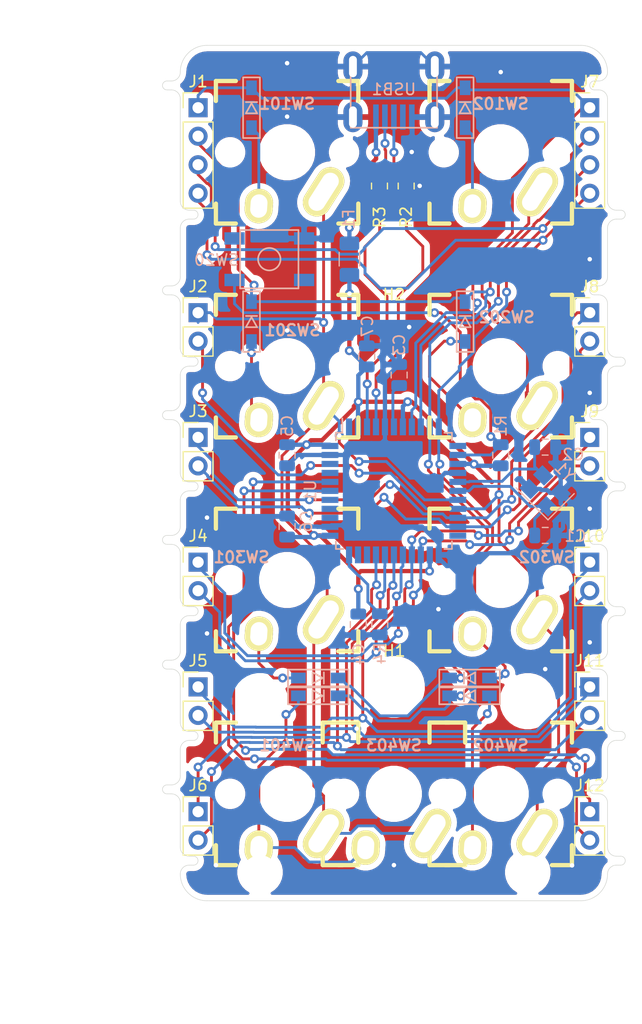
<source format=kicad_pcb>
(kicad_pcb (version 20171130) (host pcbnew 5.1.5-52549c5~86~ubuntu19.10.1)
  (layers (0 F.Cu signal) (31 B.Cu signal) (34 B.Paste user) (35 F.Paste user) (36 B.SilkS user) (37 F.SilkS user) (38 B.Mask user) (39 F.Mask user) (44 Edge.Cuts user))
  (net 0 "")
  (net 1 GND)
  (net 2 "Net-(C1-Pad1)")
  (net 3 "Net-(C2-Pad1)")
  (net 4 "Net-(C3-Pad1)")
  (net 5 +5V)
  (net 6 row01)
  (net 7 "Net-(D101-Pad2)")
  (net 8 "Net-(D102-Pad2)")
  (net 9 row02)
  (net 10 "Net-(D201-Pad2)")
  (net 11 "Net-(D202-Pad2)")
  (net 12 row03)
  (net 13 "Net-(D301-Pad2)")
  (net 14 "Net-(D302-Pad2)")
  (net 15 row04)
  (net 16 "Net-(D401-Pad2)")
  (net 17 "Net-(D402-Pad2)")
  (net 18 VCC)
  (net 19 col04)
  (net 20 col03)
  (net 21 col06)
  (net 22 col05)
  (net 23 col08)
  (net 24 col07)
  (net 25 col10)
  (net 26 col09)
  (net 27 col12)
  (net 28 col11)
  (net 29 col02)
  (net 30 col01)
  (net 31 "Net-(R1-Pad2)")
  (net 32 D+)
  (net 33 "Net-(R2-Pad1)")
  (net 34 D-)
  (net 35 "Net-(R3-Pad1)")
  (net 36 "Net-(R4-Pad2)")
  (net 37 "Net-(U1-Pad42)")
  (net 38 "Net-(U1-Pad37)")
  (net 39 "Net-(U1-Pad36)")
  (net 40 "Net-(U1-Pad32)")
  (net 41 "Net-(U1-Pad31)")
  (net 42 "Net-(U1-Pad22)")
  (net 43 "Net-(U1-Pad1)")
  (net 44 "Net-(USB1-Pad2)")
  (net 45 "Net-(U1-Pad41)")
  (net 46 "Net-(U1-Pad38)")
  (net 47 "Net-(U1-Pad12)")
  (module MountingHole:MountingHole_4.5mm (layer F.Cu) (at 178.59375 46.83125)
    (fp_text reference H2 (at 0 3.15875) (layer F.SilkS))
    (fp_text value MountingHole)
    (pad 1 np_thru_hole circle (at 0 0) (size 4.5 4.5) (drill 4.5) (layers *.Cu *.Mask))
  )
  (module MountingHole:MountingHole_4.5mm (layer F.Cu) (at 178.59375 84.93125)
    (fp_text reference H1 (at 0.02625 -3.21125) (layer F.SilkS))
    (fp_text value MountingHole)
    (pad 1 np_thru_hole circle (at 0 0) (size 4.5 4.5) (drill 4.5) (layers *.Cu *.Mask))
  )
  (module random-keyboard-parts:Molex-0548190589-fixed (layer B.Cu) (at 178.59 29.67 270)
    (fp_text reference USB1 (at 2.032 0 180) (layer B.SilkS) (effects (justify mirror)))
    (fp_text value Molex-0548190589)
    (pad 6 thru_hole oval (at 0 3.65 270) (size 2.7 1.7) (drill oval 1.9 0.7) (layers *.Cu *.Mask) (net 1 GND))
    (pad 6 thru_hole oval (at 0 -3.65 270) (size 2.7 1.7) (drill oval 1.9 0.7) (layers *.Cu *.Mask) (net 1 GND))
    (pad 6 thru_hole oval (at 4.5 -3.65 270) (size 2.7 1.7) (drill oval 1.9 0.7) (layers *.Cu *.Mask) (net 1 GND))
    (pad 6 thru_hole oval (at 4.5 3.65 270) (size 2.7 1.7) (drill oval 1.9 0.7) (layers *.Cu *.Mask) (net 1 GND))
    (pad 5 smd rect (at 4.5 1.6 270) (size 2.25 0.5) (layers B.Cu B.Paste B.Mask) (net 18 VCC))
    (pad 4 smd rect (at 4.5 0.8 270) (size 2.25 0.5) (layers B.Cu B.Paste B.Mask) (net 34 D-))
    (pad 3 smd rect (at 4.5 0 270) (size 2.25 0.5) (layers B.Cu B.Paste B.Mask) (net 32 D+))
    (pad 2 smd rect (at 4.5 -0.8 270) (size 2.25 0.5) (layers B.Cu B.Paste B.Mask) (net 44 "Net-(USB1-Pad2)"))
    (pad 1 smd rect (at 4.5 -1.6 270) (size 2.25 0.5) (layers B.Cu B.Paste B.Mask) (net 1 GND))
  )
  (module keebs:Mx_Alps_100 (layer F.Cu) (at 188.11875 56.35625 180)
    (fp_text reference SW202 (at -0.53125 4.35625) (layer B.SilkS) (effects (font (thickness 0.2)) (justify mirror)))
    (fp_text value SW_PUSH hide)
    (pad 2 thru_hole oval (at 2.52 -4.79 176.1) (size 2.5 3.08) (drill oval 1.5 2.08) (layers *.Cu *.Mask F.SilkS) (net 11 "Net-(D202-Pad2)"))
    (pad 1 thru_hole oval (at -3.255 -3.52 147.5) (size 2.5 4.75) (drill oval 1.5 3.75) (layers *.Cu *.Mask F.SilkS) (net 29 col02))
    (pad HOLE np_thru_hole circle (at 5.08 0 180) (size 1.7018 1.7018) (drill 1.7018) (layers *.Cu))
    (pad HOLE np_thru_hole circle (at -5.08 0 180) (size 1.7018 1.7018) (drill 1.7018) (layers *.Cu))
    (pad HOLE np_thru_hole circle (at 0 0 180) (size 3.9878 3.9878) (drill 3.9878) (layers *.Cu))
  )
  (module keebs:Mx_Alps_200 (layer F.Cu) (at 178.59375 94.45625 180)
    (fp_text reference SW403 (at 0 4.318) (layer B.SilkS) (effects (font (thickness 0.2)) (justify mirror)))
    (fp_text value SW_PUSH hide)
    (pad 2 thru_hole oval (at 2.52 -4.79 176.1) (size 2.5 3.08) (drill oval 1.5 2.08) (layers *.Cu *.Mask F.SilkS) (net 16 "Net-(D401-Pad2)"))
    (pad 1 thru_hole oval (at -3.255 -3.52 147.5) (size 2.5 4.75) (drill oval 1.5 3.75) (layers *.Cu *.Mask F.SilkS) (net 30 col01))
    (pad HOLE np_thru_hole circle (at 11.938 8.255 180) (size 3.9878 3.9878) (drill 3.9878) (layers *.Cu))
    (pad HOLE np_thru_hole circle (at -11.938 8.255 180) (size 3.9878 3.9878) (drill 3.9878) (layers *.Cu))
    (pad HOLE np_thru_hole circle (at 11.938 -6.985 180) (size 3.048 3.048) (drill 3.048) (layers *.Cu))
    (pad HOLE np_thru_hole circle (at -11.938 -6.985 180) (size 3.048 3.048) (drill 3.048) (layers *.Cu))
    (pad HOLE np_thru_hole circle (at 5.08 0 180) (size 1.7018 1.7018) (drill 1.7018) (layers *.Cu))
    (pad HOLE np_thru_hole circle (at -5.08 0 180) (size 1.7018 1.7018) (drill 1.7018) (layers *.Cu))
    (pad HOLE np_thru_hole circle (at 0 0 180) (size 3.9878 3.9878) (drill 3.9878) (layers *.Cu))
  )
  (module keebs:Mx_Alps_100 (layer F.Cu) (at 188.11875 94.45625 180)
    (fp_text reference SW402 (at 0 4.318) (layer B.SilkS) (effects (font (thickness 0.2)) (justify mirror)))
    (fp_text value SW_PUSH hide)
    (pad 2 thru_hole oval (at 2.52 -4.79 176.1) (size 2.5 3.08) (drill oval 1.5 2.08) (layers *.Cu *.Mask F.SilkS) (net 17 "Net-(D402-Pad2)"))
    (pad 1 thru_hole oval (at -3.255 -3.52 147.5) (size 2.5 4.75) (drill oval 1.5 3.75) (layers *.Cu *.Mask F.SilkS) (net 29 col02))
    (pad HOLE np_thru_hole circle (at 5.08 0 180) (size 1.7018 1.7018) (drill 1.7018) (layers *.Cu))
    (pad HOLE np_thru_hole circle (at -5.08 0 180) (size 1.7018 1.7018) (drill 1.7018) (layers *.Cu))
    (pad HOLE np_thru_hole circle (at 0 0 180) (size 3.9878 3.9878) (drill 3.9878) (layers *.Cu))
  )
  (module keebs:Mx_Alps_100 (layer F.Cu) (at 169.06875 94.45625 180)
    (fp_text reference SW401 (at 0 4.318) (layer B.SilkS) (effects (font (thickness 0.2)) (justify mirror)))
    (fp_text value SW_PUSH hide)
    (pad 2 thru_hole oval (at 2.52 -4.79 176.1) (size 2.5 3.08) (drill oval 1.5 2.08) (layers *.Cu *.Mask F.SilkS) (net 16 "Net-(D401-Pad2)"))
    (pad 1 thru_hole oval (at -3.255 -3.52 147.5) (size 2.5 4.75) (drill oval 1.5 3.75) (layers *.Cu *.Mask F.SilkS) (net 30 col01))
    (pad HOLE np_thru_hole circle (at 5.08 0 180) (size 1.7018 1.7018) (drill 1.7018) (layers *.Cu))
    (pad HOLE np_thru_hole circle (at -5.08 0 180) (size 1.7018 1.7018) (drill 1.7018) (layers *.Cu))
    (pad HOLE np_thru_hole circle (at 0 0 180) (size 3.9878 3.9878) (drill 3.9878) (layers *.Cu))
  )
  (module keebs:Mx_Alps_100 (layer F.Cu) (at 188.11875 75.40625 180)
    (fp_text reference SW302 (at -4.11125 2.02625) (layer B.SilkS) (effects (font (thickness 0.2)) (justify mirror)))
    (fp_text value SW_PUSH hide)
    (pad 2 thru_hole oval (at 2.52 -4.79 176.1) (size 2.5 3.08) (drill oval 1.5 2.08) (layers *.Cu *.Mask F.SilkS) (net 14 "Net-(D302-Pad2)"))
    (pad 1 thru_hole oval (at -3.255 -3.52 147.5) (size 2.5 4.75) (drill oval 1.5 3.75) (layers *.Cu *.Mask F.SilkS) (net 29 col02))
    (pad HOLE np_thru_hole circle (at 5.08 0 180) (size 1.7018 1.7018) (drill 1.7018) (layers *.Cu))
    (pad HOLE np_thru_hole circle (at -5.08 0 180) (size 1.7018 1.7018) (drill 1.7018) (layers *.Cu))
    (pad HOLE np_thru_hole circle (at 0 0 180) (size 3.9878 3.9878) (drill 3.9878) (layers *.Cu))
  )
  (module keebs:Mx_Alps_100 (layer F.Cu) (at 169.06875 75.40625 180)
    (fp_text reference SW301 (at 4.06875 2.02625) (layer B.SilkS) (effects (font (thickness 0.2)) (justify mirror)))
    (fp_text value SW_PUSH hide)
    (pad 2 thru_hole oval (at 2.52 -4.79 176.1) (size 2.5 3.08) (drill oval 1.5 2.08) (layers *.Cu *.Mask F.SilkS) (net 13 "Net-(D301-Pad2)"))
    (pad 1 thru_hole oval (at -3.255 -3.52 147.5) (size 2.5 4.75) (drill oval 1.5 3.75) (layers *.Cu *.Mask F.SilkS) (net 30 col01))
    (pad HOLE np_thru_hole circle (at 5.08 0 180) (size 1.7018 1.7018) (drill 1.7018) (layers *.Cu))
    (pad HOLE np_thru_hole circle (at -5.08 0 180) (size 1.7018 1.7018) (drill 1.7018) (layers *.Cu))
    (pad HOLE np_thru_hole circle (at 0 0 180) (size 3.9878 3.9878) (drill 3.9878) (layers *.Cu))
  )
  (module keebs:Mx_Alps_100 (layer F.Cu) (at 169.06875 56.35625 180)
    (fp_text reference SW201 (at -0.47125 3.19625) (layer B.SilkS) (effects (font (thickness 0.2)) (justify mirror)))
    (fp_text value SW_PUSH hide)
    (pad 2 thru_hole oval (at 2.52 -4.79 176.1) (size 2.5 3.08) (drill oval 1.5 2.08) (layers *.Cu *.Mask F.SilkS) (net 10 "Net-(D201-Pad2)"))
    (pad 1 thru_hole oval (at -3.255 -3.52 147.5) (size 2.5 4.75) (drill oval 1.5 3.75) (layers *.Cu *.Mask F.SilkS) (net 30 col01))
    (pad HOLE np_thru_hole circle (at 5.08 0 180) (size 1.7018 1.7018) (drill 1.7018) (layers *.Cu))
    (pad HOLE np_thru_hole circle (at -5.08 0 180) (size 1.7018 1.7018) (drill 1.7018) (layers *.Cu))
    (pad HOLE np_thru_hole circle (at 0 0 180) (size 3.9878 3.9878) (drill 3.9878) (layers *.Cu))
  )
  (module keebs:Mx_Alps_100 (layer F.Cu) (at 188.11875 37.30625 180)
    (fp_text reference SW102 (at 0 4.318) (layer B.SilkS) (effects (font (thickness 0.2)) (justify mirror)))
    (fp_text value SW_PUSH hide)
    (pad 2 thru_hole oval (at 2.52 -4.79 176.1) (size 2.5 3.08) (drill oval 1.5 2.08) (layers *.Cu *.Mask F.SilkS) (net 8 "Net-(D102-Pad2)"))
    (pad 1 thru_hole oval (at -3.255 -3.52 147.5) (size 2.5 4.75) (drill oval 1.5 3.75) (layers *.Cu *.Mask F.SilkS) (net 29 col02))
    (pad HOLE np_thru_hole circle (at 5.08 0 180) (size 1.7018 1.7018) (drill 1.7018) (layers *.Cu))
    (pad HOLE np_thru_hole circle (at -5.08 0 180) (size 1.7018 1.7018) (drill 1.7018) (layers *.Cu))
    (pad HOLE np_thru_hole circle (at 0 0 180) (size 3.9878 3.9878) (drill 3.9878) (layers *.Cu))
  )
  (module keebs:Mx_Alps_100 (layer F.Cu) (at 169.06875 37.30625 180)
    (fp_text reference SW101 (at 0 4.318) (layer B.SilkS) (effects (font (thickness 0.2)) (justify mirror)))
    (fp_text value SW_PUSH hide)
    (pad 2 thru_hole oval (at 2.52 -4.79 176.1) (size 2.5 3.08) (drill oval 1.5 2.08) (layers *.Cu *.Mask F.SilkS) (net 7 "Net-(D101-Pad2)"))
    (pad 1 thru_hole oval (at -3.255 -3.52 147.5) (size 2.5 4.75) (drill oval 1.5 3.75) (layers *.Cu *.Mask F.SilkS) (net 30 col01))
    (pad HOLE np_thru_hole circle (at 5.08 0 180) (size 1.7018 1.7018) (drill 1.7018) (layers *.Cu))
    (pad HOLE np_thru_hole circle (at -5.08 0 180) (size 1.7018 1.7018) (drill 1.7018) (layers *.Cu))
    (pad HOLE np_thru_hole circle (at 0 0 180) (size 3.9878 3.9878) (drill 3.9878) (layers *.Cu))
  )
  (module Crystal:Crystal_SMD_3225-4Pin_3.2x2.5mm (layer B.Cu) (at 192.0875 67.46875 135)
    (fp_text reference Y1 (at 0 2.45 135) (layer B.SilkS) (effects (justify mirror)))
    (fp_text value 16MHz)
    (pad 4 smd rect (at -1.1 0.85 135) (size 1.4 1.2) (layers B.Cu B.Paste B.Mask) (net 1 GND))
    (pad 3 smd rect (at 1.1 0.85 135) (size 1.4 1.2) (layers B.Cu B.Paste B.Mask) (net 3 "Net-(C2-Pad1)"))
    (pad 2 smd rect (at 1.1 -0.85 135) (size 1.4 1.2) (layers B.Cu B.Paste B.Mask) (net 1 GND))
    (pad 1 smd rect (at -1.1 -0.85 135) (size 1.4 1.2) (layers B.Cu B.Paste B.Mask) (net 2 "Net-(C1-Pad1)"))
  )
  (module Package_QFP:TQFP-44_10x10mm_P0.8mm (layer B.Cu) (at 178.59375 67.46875 270)
    (fp_text reference U1 (at 0 7.45 270) (layer B.SilkS) (effects (justify mirror)))
    (fp_text value ATmega32U4-AU)
    (pad 44 smd rect (at -4 5.7 180) (size 1.5 0.55) (layers B.Cu B.Paste B.Mask) (net 5 +5V))
    (pad 43 smd rect (at -3.2 5.7 180) (size 1.5 0.55) (layers B.Cu B.Paste B.Mask) (net 1 GND))
    (pad 42 smd rect (at -2.4 5.7 180) (size 1.5 0.55) (layers B.Cu B.Paste B.Mask) (net 37 "Net-(U1-Pad42)"))
    (pad 41 smd rect (at -1.6 5.7 180) (size 1.5 0.55) (layers B.Cu B.Paste B.Mask) (net 45 "Net-(U1-Pad41)"))
    (pad 40 smd rect (at -0.8 5.7 180) (size 1.5 0.55) (layers B.Cu B.Paste B.Mask) (net 28 col11))
    (pad 39 smd rect (at 0 5.7 180) (size 1.5 0.55) (layers B.Cu B.Paste B.Mask) (net 27 col12))
    (pad 38 smd rect (at 0.8 5.7 180) (size 1.5 0.55) (layers B.Cu B.Paste B.Mask) (net 46 "Net-(U1-Pad38)"))
    (pad 37 smd rect (at 1.6 5.7 180) (size 1.5 0.55) (layers B.Cu B.Paste B.Mask) (net 38 "Net-(U1-Pad37)"))
    (pad 36 smd rect (at 2.4 5.7 180) (size 1.5 0.55) (layers B.Cu B.Paste B.Mask) (net 39 "Net-(U1-Pad36)"))
    (pad 35 smd rect (at 3.2 5.7 180) (size 1.5 0.55) (layers B.Cu B.Paste B.Mask) (net 1 GND))
    (pad 34 smd rect (at 4 5.7 180) (size 1.5 0.55) (layers B.Cu B.Paste B.Mask) (net 5 +5V))
    (pad 33 smd rect (at 5.7 4 270) (size 1.5 0.55) (layers B.Cu B.Paste B.Mask) (net 36 "Net-(R4-Pad2)"))
    (pad 32 smd rect (at 5.7 3.2 270) (size 1.5 0.55) (layers B.Cu B.Paste B.Mask) (net 40 "Net-(U1-Pad32)"))
    (pad 31 smd rect (at 5.7 2.4 270) (size 1.5 0.55) (layers B.Cu B.Paste B.Mask) (net 41 "Net-(U1-Pad31)"))
    (pad 30 smd rect (at 5.7 1.6 270) (size 1.5 0.55) (layers B.Cu B.Paste B.Mask) (net 25 col10))
    (pad 29 smd rect (at 5.7 0.8 270) (size 1.5 0.55) (layers B.Cu B.Paste B.Mask) (net 26 col09))
    (pad 28 smd rect (at 5.7 0 270) (size 1.5 0.55) (layers B.Cu B.Paste B.Mask) (net 23 col08))
    (pad 27 smd rect (at 5.7 -0.8 270) (size 1.5 0.55) (layers B.Cu B.Paste B.Mask) (net 24 col07))
    (pad 26 smd rect (at 5.7 -1.6 270) (size 1.5 0.55) (layers B.Cu B.Paste B.Mask) (net 21 col06))
    (pad 25 smd rect (at 5.7 -2.4 270) (size 1.5 0.55) (layers B.Cu B.Paste B.Mask) (net 22 col05))
    (pad 24 smd rect (at 5.7 -3.2 270) (size 1.5 0.55) (layers B.Cu B.Paste B.Mask) (net 5 +5V))
    (pad 23 smd rect (at 5.7 -4 270) (size 1.5 0.55) (layers B.Cu B.Paste B.Mask) (net 1 GND))
    (pad 22 smd rect (at 4 -5.7 180) (size 1.5 0.55) (layers B.Cu B.Paste B.Mask) (net 42 "Net-(U1-Pad22)"))
    (pad 21 smd rect (at 3.2 -5.7 180) (size 1.5 0.55) (layers B.Cu B.Paste B.Mask) (net 19 col04))
    (pad 20 smd rect (at 2.4 -5.7 180) (size 1.5 0.55) (layers B.Cu B.Paste B.Mask) (net 20 col03))
    (pad 19 smd rect (at 1.6 -5.7 180) (size 1.5 0.55) (layers B.Cu B.Paste B.Mask) (net 29 col02))
    (pad 18 smd rect (at 0.8 -5.7 180) (size 1.5 0.55) (layers B.Cu B.Paste B.Mask) (net 30 col01))
    (pad 17 smd rect (at 0 -5.7 180) (size 1.5 0.55) (layers B.Cu B.Paste B.Mask) (net 2 "Net-(C1-Pad1)"))
    (pad 16 smd rect (at -0.8 -5.7 180) (size 1.5 0.55) (layers B.Cu B.Paste B.Mask) (net 3 "Net-(C2-Pad1)"))
    (pad 15 smd rect (at -1.6 -5.7 180) (size 1.5 0.55) (layers B.Cu B.Paste B.Mask) (net 1 GND))
    (pad 14 smd rect (at -2.4 -5.7 180) (size 1.5 0.55) (layers B.Cu B.Paste B.Mask) (net 5 +5V))
    (pad 13 smd rect (at -3.2 -5.7 180) (size 1.5 0.55) (layers B.Cu B.Paste B.Mask) (net 31 "Net-(R1-Pad2)"))
    (pad 12 smd rect (at -4 -5.7 180) (size 1.5 0.55) (layers B.Cu B.Paste B.Mask) (net 47 "Net-(U1-Pad12)"))
    (pad 11 smd rect (at -5.7 -4 270) (size 1.5 0.55) (layers B.Cu B.Paste B.Mask) (net 15 row04))
    (pad 10 smd rect (at -5.7 -3.2 270) (size 1.5 0.55) (layers B.Cu B.Paste B.Mask) (net 12 row03))
    (pad 9 smd rect (at -5.7 -2.4 270) (size 1.5 0.55) (layers B.Cu B.Paste B.Mask) (net 9 row02))
    (pad 8 smd rect (at -5.7 -1.6 270) (size 1.5 0.55) (layers B.Cu B.Paste B.Mask) (net 6 row01))
    (pad 7 smd rect (at -5.7 -0.8 270) (size 1.5 0.55) (layers B.Cu B.Paste B.Mask) (net 5 +5V))
    (pad 6 smd rect (at -5.7 0 270) (size 1.5 0.55) (layers B.Cu B.Paste B.Mask) (net 4 "Net-(C3-Pad1)"))
    (pad 5 smd rect (at -5.7 0.8 270) (size 1.5 0.55) (layers B.Cu B.Paste B.Mask) (net 1 GND))
    (pad 4 smd rect (at -5.7 1.6 270) (size 1.5 0.55) (layers B.Cu B.Paste B.Mask) (net 33 "Net-(R2-Pad1)"))
    (pad 3 smd rect (at -5.7 2.4 270) (size 1.5 0.55) (layers B.Cu B.Paste B.Mask) (net 35 "Net-(R3-Pad1)"))
    (pad 2 smd rect (at -5.7 3.2 270) (size 1.5 0.55) (layers B.Cu B.Paste B.Mask) (net 5 +5V))
    (pad 1 smd rect (at -5.7 4 270) (size 1.5 0.55) (layers B.Cu B.Paste B.Mask) (net 43 "Net-(U1-Pad1)"))
  )
  (module random-keyboard-parts:SKQG-1155865 (layer B.Cu) (at 167.48125 46.83125)
    (fp_text reference SW20 (at -4.71125 0.06875) (layer B.SilkS) (effects (justify mirror)))
    (fp_text value SW_Push)
    (pad 4 smd rect (at -3.1 -1.85) (size 1.8 1.1) (layers B.Cu B.Paste B.Mask))
    (pad 3 smd rect (at 3.1 1.85) (size 1.8 1.1) (layers B.Cu B.Paste B.Mask))
    (pad 2 smd rect (at -3.1 1.85) (size 1.8 1.1) (layers B.Cu B.Paste B.Mask) (net 31 "Net-(R1-Pad2)"))
    (pad 1 smd rect (at 3.1 -1.85) (size 1.8 1.1) (layers B.Cu B.Paste B.Mask) (net 1 GND))
  )
  (module Resistor_SMD:R_0805_2012Metric (layer B.Cu) (at 177.33 79.36 90)
    (fp_text reference R4 (at -2.59 0.01 90) (layer B.SilkS) (effects (justify mirror)))
    (fp_text value 10k)
    (pad 2 smd roundrect (at 0.9375 0 90) (size 0.975 1.4) (layers B.Cu B.Paste B.Mask) (net 36 "Net-(R4-Pad2)"))
    (pad 1 smd roundrect (at -0.9375 0 90) (size 0.975 1.4) (layers B.Cu B.Paste B.Mask) (net 1 GND))
  )
  (module Resistor_SMD:R_0805_2012Metric (layer F.Cu) (at 177.30625 40.3125 90)
    (fp_text reference R3 (at -2.7775 0.00375 90) (layer F.SilkS))
    (fp_text value 22)
    (pad 2 smd roundrect (at 0.9375 0 90) (size 0.975 1.4) (layers F.Cu F.Paste F.Mask) (net 34 D-))
    (pad 1 smd roundrect (at -0.9375 0 90) (size 0.975 1.4) (layers F.Cu F.Paste F.Mask) (net 35 "Net-(R3-Pad1)"))
  )
  (module Resistor_SMD:R_0805_2012Metric (layer F.Cu) (at 179.6875 40.3125 90)
    (fp_text reference R2 (at -2.7675 -0.0075 90) (layer F.SilkS))
    (fp_text value 22)
    (pad 2 smd roundrect (at 0.9375 0 90) (size 0.975 1.4) (layers F.Cu F.Paste F.Mask) (net 32 D+))
    (pad 1 smd roundrect (at -0.9375 0 90) (size 0.975 1.4) (layers F.Cu F.Paste F.Mask) (net 33 "Net-(R2-Pad1)"))
  )
  (module Resistor_SMD:R_0805_2012Metric (layer B.Cu) (at 188.11875 64.29375 90)
    (fp_text reference R1 (at 2.61375 0.01125 270) (layer B.SilkS) (effects (justify mirror)))
    (fp_text value 10k)
    (pad 2 smd roundrect (at 0.9375 0 90) (size 0.975 1.4) (layers B.Cu B.Paste B.Mask) (net 31 "Net-(R1-Pad2)"))
    (pad 1 smd roundrect (at -0.9375 0 90) (size 0.975 1.4) (layers B.Cu B.Paste B.Mask) (net 5 +5V))
  )
  (module Connector_PinHeader_2.54mm:PinHeader_1x02_P2.54mm_Vertical (layer F.Cu) (at 196.05625 96.04375)
    (fp_text reference J12 (at 0 -2.33) (layer F.SilkS))
    (fp_text value Conn_01x02)
    (pad 2 thru_hole oval (at 0 2.54) (size 1.7 1.7) (drill 1) (layers *.Cu *.Mask) (net 27 col12))
    (pad 1 thru_hole rect (at 0 0) (size 1.7 1.7) (drill 1) (layers *.Cu *.Mask) (net 28 col11))
  )
  (module Connector_PinHeader_2.54mm:PinHeader_1x02_P2.54mm_Vertical (layer F.Cu) (at 196.05625 84.93125)
    (fp_text reference J11 (at 0 -2.33) (layer F.SilkS))
    (fp_text value Conn_01x02)
    (pad 2 thru_hole oval (at 0 2.54) (size 1.7 1.7) (drill 1) (layers *.Cu *.Mask) (net 25 col10))
    (pad 1 thru_hole rect (at 0 0) (size 1.7 1.7) (drill 1) (layers *.Cu *.Mask) (net 26 col09))
  )
  (module Connector_PinHeader_2.54mm:PinHeader_1x02_P2.54mm_Vertical (layer F.Cu) (at 196.05625 73.81875)
    (fp_text reference J10 (at 0 -2.33) (layer F.SilkS))
    (fp_text value Conn_01x02)
    (pad 2 thru_hole oval (at 0 2.54) (size 1.7 1.7) (drill 1) (layers *.Cu *.Mask) (net 23 col08))
    (pad 1 thru_hole rect (at 0 0) (size 1.7 1.7) (drill 1) (layers *.Cu *.Mask) (net 24 col07))
  )
  (module Connector_PinHeader_2.54mm:PinHeader_1x02_P2.54mm_Vertical (layer F.Cu) (at 196.05625 62.70625)
    (fp_text reference J9 (at 0 -2.33) (layer F.SilkS))
    (fp_text value Conn_01x02)
    (pad 2 thru_hole oval (at 0 2.54) (size 1.7 1.7) (drill 1) (layers *.Cu *.Mask) (net 21 col06))
    (pad 1 thru_hole rect (at 0 0) (size 1.7 1.7) (drill 1) (layers *.Cu *.Mask) (net 22 col05))
  )
  (module Connector_PinHeader_2.54mm:PinHeader_1x02_P2.54mm_Vertical (layer F.Cu) (at 196.05625 51.59375)
    (fp_text reference J8 (at 0 -2.33) (layer F.SilkS))
    (fp_text value Conn_01x02)
    (pad 2 thru_hole oval (at 0 2.54) (size 1.7 1.7) (drill 1) (layers *.Cu *.Mask) (net 19 col04))
    (pad 1 thru_hole rect (at 0 0) (size 1.7 1.7) (drill 1) (layers *.Cu *.Mask) (net 20 col03))
  )
  (module Connector_PinHeader_2.54mm:PinHeader_1x04_P2.54mm_Vertical (layer F.Cu) (at 196.05625 33.3375)
    (fp_text reference J7 (at 0 -2.33) (layer F.SilkS))
    (fp_text value Conn_01x04)
    (pad 4 thru_hole oval (at 0 7.62) (size 1.7 1.7) (drill 1) (layers *.Cu *.Mask) (net 15 row04))
    (pad 3 thru_hole oval (at 0 5.08) (size 1.7 1.7) (drill 1) (layers *.Cu *.Mask) (net 12 row03))
    (pad 2 thru_hole oval (at 0 2.54) (size 1.7 1.7) (drill 1) (layers *.Cu *.Mask) (net 9 row02))
    (pad 1 thru_hole rect (at 0 0) (size 1.7 1.7) (drill 1) (layers *.Cu *.Mask) (net 6 row01))
  )
  (module Connector_PinHeader_2.54mm:PinHeader_1x02_P2.54mm_Vertical (layer F.Cu) (at 161.13125 96.04375)
    (fp_text reference J6 (at 0 -2.33) (layer F.SilkS))
    (fp_text value Conn_01x02)
    (pad 2 thru_hole oval (at 0 2.54) (size 1.7 1.7) (drill 1) (layers *.Cu *.Mask) (net 25 col10))
    (pad 1 thru_hole rect (at 0 0) (size 1.7 1.7) (drill 1) (layers *.Cu *.Mask) (net 26 col09))
  )
  (module Connector_PinHeader_2.54mm:PinHeader_1x02_P2.54mm_Vertical (layer F.Cu) (at 161.13125 84.93125)
    (fp_text reference J5 (at 0 -2.33) (layer F.SilkS))
    (fp_text value Conn_01x02)
    (pad 2 thru_hole oval (at 0 2.54) (size 1.7 1.7) (drill 1) (layers *.Cu *.Mask) (net 23 col08))
    (pad 1 thru_hole rect (at 0 0) (size 1.7 1.7) (drill 1) (layers *.Cu *.Mask) (net 24 col07))
  )
  (module Connector_PinHeader_2.54mm:PinHeader_1x02_P2.54mm_Vertical (layer F.Cu) (at 161.13125 73.81875)
    (fp_text reference J4 (at 0 -2.33) (layer F.SilkS))
    (fp_text value Conn_01x02)
    (pad 2 thru_hole oval (at 0 2.54) (size 1.7 1.7) (drill 1) (layers *.Cu *.Mask) (net 21 col06))
    (pad 1 thru_hole rect (at 0 0) (size 1.7 1.7) (drill 1) (layers *.Cu *.Mask) (net 22 col05))
  )
  (module Connector_PinHeader_2.54mm:PinHeader_1x02_P2.54mm_Vertical (layer F.Cu) (at 161.13125 62.70625)
    (fp_text reference J3 (at 0 -2.33) (layer F.SilkS))
    (fp_text value Conn_01x02)
    (pad 2 thru_hole oval (at 0 2.54) (size 1.7 1.7) (drill 1) (layers *.Cu *.Mask) (net 19 col04))
    (pad 1 thru_hole rect (at 0 0) (size 1.7 1.7) (drill 1) (layers *.Cu *.Mask) (net 20 col03))
  )
  (module Connector_PinHeader_2.54mm:PinHeader_1x02_P2.54mm_Vertical (layer F.Cu) (at 161.13125 51.59375)
    (fp_text reference J2 (at 0 -2.33) (layer F.SilkS))
    (fp_text value Conn_01x02)
    (pad 2 thru_hole oval (at 0 2.54) (size 1.7 1.7) (drill 1) (layers *.Cu *.Mask) (net 29 col02))
    (pad 1 thru_hole rect (at 0 0) (size 1.7 1.7) (drill 1) (layers *.Cu *.Mask) (net 30 col01))
  )
  (module Connector_PinHeader_2.54mm:PinHeader_1x04_P2.54mm_Vertical (layer F.Cu) (at 161.13125 33.3375)
    (fp_text reference J1 (at 0 -2.33) (layer F.SilkS))
    (fp_text value Conn_01x04)
    (pad 4 thru_hole oval (at 0 7.62) (size 1.7 1.7) (drill 1) (layers *.Cu *.Mask) (net 15 row04))
    (pad 3 thru_hole oval (at 0 5.08) (size 1.7 1.7) (drill 1) (layers *.Cu *.Mask) (net 12 row03))
    (pad 2 thru_hole oval (at 0 2.54) (size 1.7 1.7) (drill 1) (layers *.Cu *.Mask) (net 9 row02))
    (pad 1 thru_hole rect (at 0 0) (size 1.7 1.7) (drill 1) (layers *.Cu *.Mask) (net 6 row01))
  )
  (module Fuse:Fuse_1206_3216Metric (layer B.Cu) (at 174.625 46.83125 90)
    (fp_text reference F1 (at 3.57125 -0.055 270) (layer B.SilkS) (effects (justify mirror)))
    (fp_text value 500mA)
    (pad 2 smd roundrect (at 1.4 0 90) (size 1.25 1.75) (layers B.Cu B.Paste B.Mask) (roundrect_rratio 0.2) (net 18 VCC))
    (pad 1 smd roundrect (at -1.4 0 90) (size 1.25 1.75) (layers B.Cu B.Paste B.Mask) (roundrect_rratio 0.2) (net 5 +5V))
  )
  (module kbd:D3_SMD_Back (layer F.Cu) (at 185.340625 85.725)
    (fp_text reference D402 hide)
    (fp_text value D hide)
    (pad 1 smd rect (at -1.775 0) (size 1.3 0.95) (layers B.Cu B.Paste B.Mask) (net 15 row04))
    (pad 2 smd rect (at 1.775 0) (size 1.3 0.95) (layers B.Cu B.Paste B.Mask) (net 17 "Net-(D402-Pad2)"))
  )
  (module kbd:D3_SMD_Back (layer F.Cu) (at 171.846875 85.725 180)
    (fp_text reference D401 hide)
    (fp_text value D hide)
    (pad 1 smd rect (at -1.775 0 180) (size 1.3 0.95) (layers B.Cu B.Paste B.Mask) (net 15 row04))
    (pad 2 smd rect (at 1.775 0 180) (size 1.3 0.95) (layers B.Cu B.Paste B.Mask) (net 16 "Net-(D401-Pad2)"))
  )
  (module kbd:D3_SMD_Back (layer F.Cu) (at 185.340625 84.1375)
    (fp_text reference D302 hide)
    (fp_text value D hide)
    (pad 1 smd rect (at -1.775 0) (size 1.3 0.95) (layers B.Cu B.Paste B.Mask) (net 12 row03))
    (pad 2 smd rect (at 1.775 0) (size 1.3 0.95) (layers B.Cu B.Paste B.Mask) (net 14 "Net-(D302-Pad2)"))
  )
  (module kbd:D3_SMD_Back (layer F.Cu) (at 171.846875 84.1375 180)
    (fp_text reference D301 hide)
    (fp_text value D hide)
    (pad 1 smd rect (at -1.775 0 180) (size 1.3 0.95) (layers B.Cu B.Paste B.Mask) (net 12 row03))
    (pad 2 smd rect (at 1.775 0 180) (size 1.3 0.95) (layers B.Cu B.Paste B.Mask) (net 13 "Net-(D301-Pad2)"))
  )
  (module kbd:D3_SMD_Back (layer F.Cu) (at 184.94375 52.3875 270)
    (fp_text reference D202 hide)
    (fp_text value D hide)
    (pad 1 smd rect (at -1.775 0 270) (size 1.3 0.95) (layers B.Cu B.Paste B.Mask) (net 9 row02))
    (pad 2 smd rect (at 1.775 0 270) (size 1.3 0.95) (layers B.Cu B.Paste B.Mask) (net 11 "Net-(D202-Pad2)"))
  )
  (module kbd:D3_SMD_Back (layer F.Cu) (at 165.89375 52.3875 270)
    (fp_text reference D201 hide)
    (fp_text value D hide)
    (pad 1 smd rect (at -1.775 0 270) (size 1.3 0.95) (layers B.Cu B.Paste B.Mask) (net 9 row02))
    (pad 2 smd rect (at 1.775 0 270) (size 1.3 0.95) (layers B.Cu B.Paste B.Mask) (net 10 "Net-(D201-Pad2)"))
  )
  (module kbd:D3_SMD_Back (layer F.Cu) (at 184.94375 33.3375 270)
    (fp_text reference D102 hide)
    (fp_text value D hide)
    (pad 1 smd rect (at -1.775 0 270) (size 1.3 0.95) (layers B.Cu B.Paste B.Mask) (net 6 row01))
    (pad 2 smd rect (at 1.775 0 270) (size 1.3 0.95) (layers B.Cu B.Paste B.Mask) (net 8 "Net-(D102-Pad2)"))
  )
  (module kbd:D3_SMD_Back (layer F.Cu) (at 165.89375 33.3375 270)
    (fp_text reference D101 hide)
    (fp_text value D hide)
    (pad 1 smd rect (at -1.775 0 270) (size 1.3 0.95) (layers B.Cu B.Paste B.Mask) (net 6 row01))
    (pad 2 smd rect (at 1.775 0 270) (size 1.3 0.95) (layers B.Cu B.Paste B.Mask) (net 7 "Net-(D101-Pad2)"))
  )
  (module Capacitor_SMD:C_0805_2012Metric (layer B.Cu) (at 176.17 55.49 90)
    (fp_text reference C7 (at 2.69 0.06 90) (layer B.SilkS) (effects (justify mirror)))
    (fp_text value 10uF)
    (pad 2 smd roundrect (at 0.9375 0 90) (size 0.975 1.4) (layers B.Cu B.Paste B.Mask) (net 1 GND))
    (pad 1 smd roundrect (at -0.9375 0 90) (size 0.975 1.4) (layers B.Cu B.Paste B.Mask) (net 5 +5V))
  )
  (module Capacitor_SMD:C_0805_2012Metric (layer B.Cu) (at 169.06875 70.64375 90)
    (fp_text reference C6 (at 0.45375 1.71125 270) (layer B.SilkS) (effects (justify mirror)))
    (fp_text value 0.1uF)
    (pad 2 smd roundrect (at 0.9375 0 90) (size 0.975 1.4) (layers B.Cu B.Paste B.Mask) (net 1 GND))
    (pad 1 smd roundrect (at -0.9375 0 90) (size 0.975 1.4) (layers B.Cu B.Paste B.Mask) (net 5 +5V))
  )
  (module Capacitor_SMD:C_0805_2012Metric (layer B.Cu) (at 169.06875 64.29375 270)
    (fp_text reference C5 (at -2.61375 -0.01125 270) (layer B.SilkS) (effects (justify mirror)))
    (fp_text value 0.1uF)
    (pad 2 smd roundrect (at 0.9375 0 270) (size 0.975 1.4) (layers B.Cu B.Paste B.Mask) (net 1 GND))
    (pad 1 smd roundrect (at -0.9375 0 270) (size 0.975 1.4) (layers B.Cu B.Paste B.Mask) (net 5 +5V))
  )
  (module Capacitor_SMD:C_0805_2012Metric (layer B.Cu) (at 175.41875 79.375 270)
    (fp_text reference C4 (at 2.635 -0.03125 90) (layer B.SilkS) (effects (justify mirror)))
    (fp_text value 0.1uF)
    (pad 2 smd roundrect (at 0.9375 0 270) (size 0.975 1.4) (layers B.Cu B.Paste B.Mask) (net 1 GND))
    (pad 1 smd roundrect (at -0.9375 0 270) (size 0.975 1.4) (layers B.Cu B.Paste B.Mask) (net 5 +5V))
  )
  (module Capacitor_SMD:C_0805_2012Metric (layer B.Cu) (at 179.06 57.15 90)
    (fp_text reference C3 (at 2.69 0.01 270) (layer B.SilkS) (effects (justify mirror)))
    (fp_text value 1uF)
    (pad 2 smd roundrect (at 0.9375 0 90) (size 0.975 1.4) (layers B.Cu B.Paste B.Mask) (net 1 GND))
    (pad 1 smd roundrect (at -0.9375 0 90) (size 0.975 1.4) (layers B.Cu B.Paste B.Mask) (net 4 "Net-(C3-Pad1)"))
  )
  (module Capacitor_SMD:C_0805_2012Metric (layer B.Cu) (at 192.08 63.57)
    (fp_text reference C2 (at 2.52 0.67 180) (layer B.SilkS) (effects (justify mirror)))
    (fp_text value 22pF)
    (pad 2 smd roundrect (at 0.9375 0) (size 0.975 1.4) (layers B.Cu B.Paste B.Mask) (net 1 GND))
    (pad 1 smd roundrect (at -0.9375 0) (size 0.975 1.4) (layers B.Cu B.Paste B.Mask) (net 3 "Net-(C2-Pad1)"))
  )
  (module Capacitor_SMD:C_0805_2012Metric (layer B.Cu) (at 192.0875 71.4375)
    (fp_text reference C1 (at 2.6825 0.0425 180) (layer B.SilkS) (effects (justify mirror)))
    (fp_text value 22pF)
    (pad 2 smd roundrect (at 0.9375 0) (size 0.975 1.4) (layers B.Cu B.Paste B.Mask) (net 1 GND))
    (pad 1 smd roundrect (at -0.9375 0) (size 0.975 1.4) (layers B.Cu B.Paste B.Mask) (net 2 "Net-(C1-Pad1)"))
  )
  (gr_line (start 159.54375 95.25) (end 159.54375 99.21875) (layer Edge.Cuts) (width 0.05))
  (gr_line (start 159.54375 90.4875) (end 159.54375 92.86875) (layer Edge.Cuts) (width 0.05))
  (gr_line (start 159.54375 84.1375) (end 159.54375 88.10625) (layer Edge.Cuts) (width 0.05))
  (gr_line (start 159.54375 79.375) (end 159.54375 81.75625) (layer Edge.Cuts) (width 0.05))
  (gr_line (start 159.54375 73.025) (end 159.54375 76.99375) (layer Edge.Cuts) (width 0.05))
  (gr_line (start 159.54375 68.2625) (end 159.54375 70.64375) (layer Edge.Cuts) (width 0.05))
  (gr_line (start 159.54375 61.9125) (end 159.54375 65.88125) (layer Edge.Cuts) (width 0.05))
  (gr_line (start 159.54375 57.15) (end 159.54375 59.53125) (layer Edge.Cuts) (width 0.05))
  (gr_line (start 159.54375 50.8) (end 159.54375 54.76875) (layer Edge.Cuts) (width 0.05))
  (gr_line (start 159.54375 44.053125) (end 159.54375 48.41875) (layer Edge.Cuts) (width 0.05))
  (gr_line (start 159.54375 32.54375) (end 159.54375 41.671875) (layer Edge.Cuts) (width 0.05))
  (gr_line (start 197.64375 41.671875) (end 197.64375 32.54375) (layer Edge.Cuts) (width 0.05))
  (gr_line (start 197.64375 48.41875) (end 197.64375 44.053125) (layer Edge.Cuts) (width 0.05))
  (gr_line (start 197.64375 54.76875) (end 197.64375 50.8) (layer Edge.Cuts) (width 0.05))
  (gr_line (start 197.64375 59.53125) (end 197.64375 57.15) (layer Edge.Cuts) (width 0.05))
  (gr_line (start 197.64375 65.88125) (end 197.64375 61.9125) (layer Edge.Cuts) (width 0.05))
  (gr_line (start 197.64375 70.64375) (end 197.64375 68.2625) (layer Edge.Cuts) (width 0.05))
  (gr_line (start 197.64375 76.99375) (end 197.64375 73.025) (layer Edge.Cuts) (width 0.05))
  (gr_line (start 197.64375 81.75625) (end 197.64375 79.375) (layer Edge.Cuts) (width 0.05))
  (gr_line (start 197.64375 88.10625) (end 197.64375 84.1375) (layer Edge.Cuts) (width 0.05))
  (gr_line (start 197.64375 92.86875) (end 197.64375 90.4875) (layer Edge.Cuts) (width 0.05))
  (gr_line (start 197.64375 99.21875) (end 197.64375 95.25) (layer Edge.Cuts) (width 0.05))
  (gr_arc (start 198.4375 99.21875) (end 197.64375 99.21875) (angle -90) (layer Edge.Cuts) (width 0.05))
  (gr_line (start 198.4375 100.80625) (end 198.834375 100.80625) (layer Edge.Cuts) (width 0.05))
  (gr_arc (start 198.4375 101.6) (end 198.4375 100.80625) (angle -90) (layer Edge.Cuts) (width 0.05))
  (gr_arc (start 198.834375 100.409375) (end 198.834375 100.80625) (angle -180) (layer Edge.Cuts) (width 0.05))
  (gr_line (start 198.4375 100.0125) (end 198.834375 100.0125) (layer Edge.Cuts) (width 0.05))
  (gr_arc (start 198.4375 88.10625) (end 197.64375 88.10625) (angle -90) (layer Edge.Cuts) (width 0.05))
  (gr_line (start 198.4375 89.69375) (end 198.834375 89.69375) (layer Edge.Cuts) (width 0.05))
  (gr_arc (start 198.4375 90.4875) (end 198.4375 89.69375) (angle -90) (layer Edge.Cuts) (width 0.05))
  (gr_arc (start 198.834375 89.296875) (end 198.834375 89.69375) (angle -180) (layer Edge.Cuts) (width 0.05))
  (gr_line (start 198.4375 88.9) (end 198.834375 88.9) (layer Edge.Cuts) (width 0.05))
  (gr_arc (start 198.4375 76.99375) (end 197.64375 76.99375) (angle -90) (layer Edge.Cuts) (width 0.05))
  (gr_line (start 198.4375 78.58125) (end 198.834375 78.58125) (layer Edge.Cuts) (width 0.05))
  (gr_arc (start 198.4375 79.375) (end 198.4375 78.58125) (angle -90) (layer Edge.Cuts) (width 0.05))
  (gr_arc (start 198.834375 78.184375) (end 198.834375 78.58125) (angle -180) (layer Edge.Cuts) (width 0.05))
  (gr_line (start 198.4375 77.7875) (end 198.834375 77.7875) (layer Edge.Cuts) (width 0.05))
  (gr_arc (start 198.4375 65.88125) (end 197.64375 65.88125) (angle -90) (layer Edge.Cuts) (width 0.05))
  (gr_line (start 198.4375 67.46875) (end 198.834375 67.46875) (layer Edge.Cuts) (width 0.05))
  (gr_arc (start 198.4375 68.2625) (end 198.4375 67.46875) (angle -90) (layer Edge.Cuts) (width 0.05))
  (gr_arc (start 198.834375 67.071875) (end 198.834375 67.46875) (angle -180) (layer Edge.Cuts) (width 0.05))
  (gr_line (start 198.4375 66.675) (end 198.834375 66.675) (layer Edge.Cuts) (width 0.05))
  (gr_arc (start 198.4375 54.76875) (end 197.64375 54.76875) (angle -90) (layer Edge.Cuts) (width 0.05))
  (gr_line (start 198.4375 56.35625) (end 198.834375 56.35625) (layer Edge.Cuts) (width 0.05))
  (gr_arc (start 198.4375 57.15) (end 198.4375 56.35625) (angle -90) (layer Edge.Cuts) (width 0.05))
  (gr_arc (start 198.834375 55.959375) (end 198.834375 56.35625) (angle -180) (layer Edge.Cuts) (width 0.05))
  (gr_line (start 198.4375 55.5625) (end 198.834375 55.5625) (layer Edge.Cuts) (width 0.05))
  (gr_arc (start 198.4375 41.671875) (end 197.64375 41.671875) (angle -90) (layer Edge.Cuts) (width 0.05))
  (gr_line (start 198.4375 43.259375) (end 198.834375 43.259375) (layer Edge.Cuts) (width 0.05))
  (gr_arc (start 198.4375 44.053125) (end 198.4375 43.259375) (angle -90) (layer Edge.Cuts) (width 0.05))
  (gr_arc (start 198.834375 42.8625) (end 198.834375 43.259375) (angle -180) (layer Edge.Cuts) (width 0.05))
  (gr_line (start 198.4375 42.465625) (end 198.834375 42.465625) (layer Edge.Cuts) (width 0.05))
  (gr_arc (start 196.85 32.54375) (end 197.64375 32.54375) (angle -90) (layer Edge.Cuts) (width 0.05))
  (gr_line (start 196.85 30.95625) (end 196.453125 30.95625) (layer Edge.Cuts) (width 0.05))
  (gr_arc (start 196.85 30.1625) (end 196.85 30.95625) (angle -90) (layer Edge.Cuts) (width 0.05))
  (gr_arc (start 196.453125 31.353125) (end 196.453125 30.95625) (angle -180) (layer Edge.Cuts) (width 0.05))
  (gr_line (start 196.85 31.75) (end 196.453125 31.75) (layer Edge.Cuts) (width 0.05))
  (gr_arc (start 196.85 50.8) (end 197.64375 50.8) (angle -90) (layer Edge.Cuts) (width 0.05))
  (gr_line (start 196.85 49.2125) (end 196.453125 49.2125) (layer Edge.Cuts) (width 0.05))
  (gr_arc (start 196.85 48.41875) (end 196.85 49.2125) (angle -90) (layer Edge.Cuts) (width 0.05))
  (gr_arc (start 196.453125 49.609375) (end 196.453125 49.2125) (angle -180) (layer Edge.Cuts) (width 0.05))
  (gr_line (start 196.85 50.00625) (end 196.453125 50.00625) (layer Edge.Cuts) (width 0.05))
  (gr_arc (start 196.85 61.9125) (end 197.64375 61.9125) (angle -90) (layer Edge.Cuts) (width 0.05))
  (gr_line (start 196.85 60.325) (end 196.453125 60.325) (layer Edge.Cuts) (width 0.05))
  (gr_arc (start 196.85 59.53125) (end 196.85 60.325) (angle -90) (layer Edge.Cuts) (width 0.05))
  (gr_arc (start 196.453125 60.721875) (end 196.453125 60.325) (angle -180) (layer Edge.Cuts) (width 0.05))
  (gr_line (start 196.85 61.11875) (end 196.453125 61.11875) (layer Edge.Cuts) (width 0.05))
  (gr_arc (start 196.85 73.025) (end 197.64375 73.025) (angle -90) (layer Edge.Cuts) (width 0.05))
  (gr_line (start 196.85 71.4375) (end 196.453125 71.4375) (layer Edge.Cuts) (width 0.05))
  (gr_arc (start 196.85 70.64375) (end 196.85 71.4375) (angle -90) (layer Edge.Cuts) (width 0.05))
  (gr_arc (start 196.453125 71.834375) (end 196.453125 71.4375) (angle -180) (layer Edge.Cuts) (width 0.05))
  (gr_line (start 196.85 72.23125) (end 196.453125 72.23125) (layer Edge.Cuts) (width 0.05))
  (gr_arc (start 196.85 84.1375) (end 197.64375 84.1375) (angle -90) (layer Edge.Cuts) (width 0.05))
  (gr_line (start 196.85 82.55) (end 196.453125 82.55) (layer Edge.Cuts) (width 0.05))
  (gr_arc (start 196.85 81.75625) (end 196.85 82.55) (angle -90) (layer Edge.Cuts) (width 0.05))
  (gr_arc (start 196.453125 82.946875) (end 196.453125 82.55) (angle -180) (layer Edge.Cuts) (width 0.05))
  (gr_line (start 196.85 83.34375) (end 196.453125 83.34375) (layer Edge.Cuts) (width 0.05))
  (gr_arc (start 196.85 95.25) (end 197.64375 95.25) (angle -90) (layer Edge.Cuts) (width 0.05))
  (gr_line (start 196.85 93.6625) (end 196.453125 93.6625) (layer Edge.Cuts) (width 0.05))
  (gr_arc (start 196.85 92.86875) (end 196.85 93.6625) (angle -90) (layer Edge.Cuts) (width 0.05))
  (gr_arc (start 196.453125 94.059375) (end 196.453125 93.6625) (angle -180) (layer Edge.Cuts) (width 0.05))
  (gr_line (start 196.85 94.45625) (end 196.453125 94.45625) (layer Edge.Cuts) (width 0.05))
  (gr_arc (start 158.75 95.25) (end 159.54375 95.25) (angle -90) (layer Edge.Cuts) (width 0.05))
  (gr_line (start 158.75 93.6625) (end 158.353125 93.6625) (layer Edge.Cuts) (width 0.05))
  (gr_arc (start 158.75 92.86875) (end 158.75 93.6625) (angle -90) (layer Edge.Cuts) (width 0.05))
  (gr_arc (start 158.353125 94.059375) (end 158.353125 93.6625) (angle -180) (layer Edge.Cuts) (width 0.05))
  (gr_line (start 158.75 94.45625) (end 158.353125 94.45625) (layer Edge.Cuts) (width 0.05))
  (gr_arc (start 158.75 84.1375) (end 159.54375 84.1375) (angle -90) (layer Edge.Cuts) (width 0.05))
  (gr_line (start 158.75 82.55) (end 158.353125 82.55) (layer Edge.Cuts) (width 0.05))
  (gr_arc (start 158.75 81.75625) (end 158.75 82.55) (angle -90) (layer Edge.Cuts) (width 0.05))
  (gr_arc (start 158.353125 82.946875) (end 158.353125 82.55) (angle -180) (layer Edge.Cuts) (width 0.05))
  (gr_line (start 158.75 83.34375) (end 158.353125 83.34375) (layer Edge.Cuts) (width 0.05))
  (gr_arc (start 158.75 73.025) (end 159.54375 73.025) (angle -90) (layer Edge.Cuts) (width 0.05))
  (gr_line (start 158.75 71.4375) (end 158.353125 71.4375) (layer Edge.Cuts) (width 0.05))
  (gr_arc (start 158.75 70.64375) (end 158.75 71.4375) (angle -90) (layer Edge.Cuts) (width 0.05))
  (gr_arc (start 158.353125 71.834375) (end 158.353125 71.4375) (angle -180) (layer Edge.Cuts) (width 0.05))
  (gr_line (start 158.75 72.23125) (end 158.353125 72.23125) (layer Edge.Cuts) (width 0.05))
  (gr_arc (start 158.75 61.9125) (end 159.54375 61.9125) (angle -90) (layer Edge.Cuts) (width 0.05))
  (gr_line (start 158.75 60.325) (end 158.353125 60.325) (layer Edge.Cuts) (width 0.05))
  (gr_arc (start 158.75 59.53125) (end 158.75 60.325) (angle -90) (layer Edge.Cuts) (width 0.05))
  (gr_arc (start 158.353125 60.721875) (end 158.353125 60.325) (angle -180) (layer Edge.Cuts) (width 0.05))
  (gr_line (start 158.75 61.11875) (end 158.353125 61.11875) (layer Edge.Cuts) (width 0.05))
  (gr_arc (start 158.75 50.8) (end 159.54375 50.8) (angle -90) (layer Edge.Cuts) (width 0.05))
  (gr_line (start 158.75 49.2125) (end 158.353125 49.2125) (layer Edge.Cuts) (width 0.05))
  (gr_arc (start 158.75 48.41875) (end 158.75 49.2125) (angle -90) (layer Edge.Cuts) (width 0.05))
  (gr_arc (start 158.353125 49.609375) (end 158.353125 49.2125) (angle -180) (layer Edge.Cuts) (width 0.05))
  (gr_line (start 158.75 50.00625) (end 158.353125 50.00625) (layer Edge.Cuts) (width 0.05))
  (gr_line (start 158.75 30.95625) (end 158.353125 30.95625) (layer Edge.Cuts) (width 0.05))
  (gr_line (start 158.75 31.75) (end 158.353125 31.75) (layer Edge.Cuts) (width 0.05))
  (gr_arc (start 158.353125 31.353125) (end 158.353125 30.95625) (angle -180) (layer Edge.Cuts) (width 0.05))
  (gr_arc (start 158.75 30.1625) (end 158.75 30.95625) (angle -90) (layer Edge.Cuts) (width 0.05))
  (gr_arc (start 158.75 32.54375) (end 159.54375 32.54375) (angle -90) (layer Edge.Cuts) (width 0.05))
  (gr_line (start 160.3375 43.259375) (end 160.734375 43.259375) (layer Edge.Cuts) (width 0.05))
  (gr_line (start 160.3375 42.465625) (end 160.734375 42.465625) (layer Edge.Cuts) (width 0.05))
  (gr_arc (start 160.734375 42.8625) (end 160.734375 43.259375) (angle -180) (layer Edge.Cuts) (width 0.05))
  (gr_arc (start 160.3375 44.053125) (end 160.3375 43.259375) (angle -90) (layer Edge.Cuts) (width 0.05))
  (gr_arc (start 160.3375 41.671875) (end 159.54375 41.671875) (angle -90) (layer Edge.Cuts) (width 0.05))
  (gr_line (start 160.3375 56.35625) (end 160.734375 56.35625) (layer Edge.Cuts) (width 0.05))
  (gr_line (start 160.3375 55.5625) (end 160.734375 55.5625) (layer Edge.Cuts) (width 0.05))
  (gr_arc (start 160.734375 55.959375) (end 160.734375 56.35625) (angle -180) (layer Edge.Cuts) (width 0.05))
  (gr_arc (start 160.3375 57.15) (end 160.3375 56.35625) (angle -90) (layer Edge.Cuts) (width 0.05))
  (gr_arc (start 160.3375 54.76875) (end 159.54375 54.76875) (angle -90) (layer Edge.Cuts) (width 0.05))
  (gr_line (start 160.3375 67.46875) (end 160.734375 67.46875) (layer Edge.Cuts) (width 0.05))
  (gr_line (start 160.3375 66.675) (end 160.734375 66.675) (layer Edge.Cuts) (width 0.05))
  (gr_arc (start 160.734375 67.071875) (end 160.734375 67.46875) (angle -180) (layer Edge.Cuts) (width 0.05))
  (gr_arc (start 160.3375 68.2625) (end 160.3375 67.46875) (angle -90) (layer Edge.Cuts) (width 0.05))
  (gr_arc (start 160.3375 65.88125) (end 159.54375 65.88125) (angle -90) (layer Edge.Cuts) (width 0.05))
  (gr_line (start 160.3375 78.58125) (end 160.734375 78.58125) (layer Edge.Cuts) (width 0.05))
  (gr_line (start 160.3375 77.7875) (end 160.734375 77.7875) (layer Edge.Cuts) (width 0.05))
  (gr_arc (start 160.734375 78.184375) (end 160.734375 78.58125) (angle -180) (layer Edge.Cuts) (width 0.05))
  (gr_arc (start 160.3375 79.375) (end 160.3375 78.58125) (angle -90) (layer Edge.Cuts) (width 0.05))
  (gr_arc (start 160.3375 76.99375) (end 159.54375 76.99375) (angle -90) (layer Edge.Cuts) (width 0.05))
  (gr_line (start 160.3375 89.69375) (end 160.734375 89.69375) (layer Edge.Cuts) (width 0.05))
  (gr_line (start 160.3375 88.9) (end 160.734375 88.9) (layer Edge.Cuts) (width 0.05))
  (gr_arc (start 160.734375 89.296875) (end 160.734375 89.69375) (angle -180) (layer Edge.Cuts) (width 0.05))
  (gr_arc (start 160.3375 90.4875) (end 160.3375 89.69375) (angle -90) (layer Edge.Cuts) (width 0.05))
  (gr_arc (start 160.3375 88.10625) (end 159.54375 88.10625) (angle -90) (layer Edge.Cuts) (width 0.05))
  (gr_line (start 160.3375 100.80625) (end 160.734375 100.80625) (layer Edge.Cuts) (width 0.05))
  (gr_line (start 160.3375 100.0125) (end 160.734375 100.0125) (layer Edge.Cuts) (width 0.05))
  (gr_arc (start 160.734375 100.409375) (end 160.734375 100.80625) (angle -180) (layer Edge.Cuts) (width 0.05))
  (gr_arc (start 160.3375 101.6) (end 160.3375 100.80625) (angle -90) (layer Edge.Cuts) (width 0.05))
  (gr_arc (start 160.3375 99.21875) (end 159.54375 99.21875) (angle -90) (layer Edge.Cuts) (width 0.05))
  (gr_line (start 161.925 103.98125) (end 195.2625 103.98125) (layer Edge.Cuts) (width 0.05))
  (gr_line (start 195.2625 27.78125) (end 161.925 27.78125) (layer Edge.Cuts) (width 0.05))
  (gr_arc (start 195.2625 101.6) (end 195.2625 103.98125) (angle -90) (layer Edge.Cuts) (width 0.05))
  (gr_arc (start 161.925 101.6) (end 159.54375 101.6) (angle -90) (layer Edge.Cuts) (width 0.05))
  (gr_arc (start 195.2625 30.1625) (end 197.64375 30.1625) (angle -90) (layer Edge.Cuts) (width 0.05))
  (gr_arc (start 161.925 30.1625) (end 161.925 27.78125) (angle -90) (layer Edge.Cuts) (width 0.05))
  (segment (start 177.79375 57.47875) (end 177.79375 61.76875) (width 0.381) (layer B.Cu) (net 1))
  (segment (start 179.06 56.2125) (end 177.79375 57.47875) (width 0.381) (layer B.Cu) (net 1))
  (segment (start 193.466358 68.594055) (end 193.466358 67.645527) (width 0.381) (layer B.Cu) (net 1))
  (segment (start 193.675 68.802697) (end 193.466358 68.594055) (width 0.381) (layer B.Cu) (net 1))
  (segment (start 193.675 70.7875) (end 193.675 68.802697) (width 0.381) (layer B.Cu) (net 1))
  (segment (start 193.025 71.4375) (end 193.675 70.7875) (width 0.381) (layer B.Cu) (net 1))
  (segment (start 192.271944 67.399641) (end 192.51783 67.645527) (width 0.381) (layer B.Cu) (net 1))
  (segment (start 191.764838 67.399641) (end 192.271944 67.399641) (width 0.381) (layer B.Cu) (net 1))
  (segment (start 191.65717 67.291973) (end 191.764838 67.399641) (width 0.381) (layer B.Cu) (net 1))
  (segment (start 192.51783 67.645527) (end 193.466358 67.645527) (width 0.381) (layer B.Cu) (net 1))
  (segment (start 190.708642 67.291973) (end 191.65717 67.291973) (width 0.381) (layer B.Cu) (net 1))
  (segment (start 170.03125 64.26875) (end 172.89375 64.26875) (width 0.381) (layer B.Cu) (net 1))
  (segment (start 169.06875 65.23125) (end 170.03125 64.26875) (width 0.381) (layer B.Cu) (net 1))
  (segment (start 177.79375 62.89975) (end 177.79375 61.76875) (width 0.381) (layer B.Cu) (net 1))
  (segment (start 176.42475 64.26875) (end 177.79375 62.89975) (width 0.381) (layer B.Cu) (net 1))
  (segment (start 177.315 80.3125) (end 177.33 80.2975) (width 0.381) (layer B.Cu) (net 1))
  (segment (start 175.41875 80.3125) (end 177.315 80.3125) (width 0.381) (layer B.Cu) (net 1))
  (via (at 169.06875 53.18125) (size 0.8) (drill 0.4) (layers F.Cu B.Cu) (net 1))
  (via (at 169.06875 34.13125) (size 0.8) (drill 0.4) (layers F.Cu B.Cu) (net 1))
  (via (at 161.925 69.85) (size 0.8) (drill 0.4) (layers F.Cu B.Cu) (net 1))
  (via (at 161.925 80.16875) (size 0.8) (drill 0.4) (layers F.Cu B.Cu) (net 1))
  (via (at 196.05625 69.05625) (size 0.8) (drill 0.4) (layers F.Cu B.Cu) (net 1))
  (via (at 192.0875 83.34375) (size 0.8) (drill 0.4) (layers F.Cu B.Cu) (net 1))
  (via (at 196.05625 80.9625) (size 0.8) (drill 0.4) (layers F.Cu B.Cu) (net 1))
  (via (at 196.05625 46.83125) (size 0.8) (drill 0.4) (layers F.Cu B.Cu) (net 1))
  (via (at 196.05625 58.7375) (size 0.8) (drill 0.4) (layers F.Cu B.Cu) (net 1))
  (via (at 169.06875 29.36875) (size 0.8) (drill 0.4) (layers F.Cu B.Cu) (net 1))
  (via (at 188.11875 30.1625) (size 0.8) (drill 0.4) (layers F.Cu B.Cu) (net 1))
  (via (at 178.59375 100.80625) (size 0.8) (drill 0.4) (layers F.Cu B.Cu) (net 1))
  (segment (start 193.466358 66.696999) (end 193.466358 67.645527) (width 0.381) (layer B.Cu) (net 1))
  (segment (start 193.466358 66.244733) (end 193.466358 66.696999) (width 0.381) (layer B.Cu) (net 1))
  (segment (start 193.0175 63.57) (end 193.0175 65.795875) (width 0.381) (layer B.Cu) (net 1))
  (segment (start 193.0175 65.795875) (end 193.466358 66.244733) (width 0.381) (layer B.Cu) (net 1))
  (segment (start 177.4 54.5525) (end 179.06 56.2125) (width 0.381) (layer B.Cu) (net 1))
  (segment (start 176.17 54.5525) (end 177.4 54.5525) (width 0.381) (layer B.Cu) (net 1))
  (via (at 194.48 100.83) (size 0.8) (drill 0.4) (layers F.Cu B.Cu) (net 1))
  (via (at 180.18125 37.28) (size 0.8) (drill 0.4) (layers F.Cu B.Cu) (net 1))
  (segment (start 180.19 37.27125) (end 180.18125 37.28) (width 0.381) (layer B.Cu) (net 1))
  (segment (start 180.19 34.17) (end 180.19 37.27125) (width 0.381) (layer B.Cu) (net 1))
  (via (at 180.89 40.299998) (size 0.8) (drill 0.4) (layers F.Cu B.Cu) (net 1))
  (segment (start 180.89 37.98875) (end 180.89 39.734313) (width 0.381) (layer F.Cu) (net 1))
  (segment (start 180.324315 40.299998) (end 180.89 40.299998) (width 0.381) (layer B.Cu) (net 1))
  (segment (start 180.18125 37.28) (end 180.89 37.98875) (width 0.381) (layer F.Cu) (net 1))
  (segment (start 180.89 39.734313) (end 180.89 40.299998) (width 0.381) (layer F.Cu) (net 1))
  (segment (start 177.150058 40.299998) (end 180.324315 40.299998) (width 0.381) (layer B.Cu) (net 1))
  (segment (start 170.58125 44.98125) (end 172.468806 44.98125) (width 0.381) (layer B.Cu) (net 1))
  (segment (start 172.468806 44.98125) (end 177.150058 40.299998) (width 0.381) (layer B.Cu) (net 1))
  (segment (start 174.228125 70.262277) (end 174.228125 69.453125) (width 0.381) (layer B.Cu) (net 1))
  (segment (start 172.89375 70.66875) (end 173.028249 70.534251) (width 0.381) (layer B.Cu) (net 1))
  (segment (start 174.228125 69.453125) (end 174.228125 68.659375) (width 0.381) (layer B.Cu) (net 1))
  (segment (start 173.956151 70.534251) (end 174.228125 70.262277) (width 0.381) (layer B.Cu) (net 1))
  (segment (start 173.028249 70.534251) (end 173.956151 70.534251) (width 0.381) (layer B.Cu) (net 1))
  (segment (start 174.203125 64.26875) (end 174.228125 64.29375) (width 0.381) (layer B.Cu) (net 1))
  (segment (start 172.89375 64.26875) (end 174.203125 64.26875) (width 0.381) (layer B.Cu) (net 1))
  (segment (start 174.94 32.57) (end 174.94 29.67) (width 0.25) (layer F.Cu) (net 1))
  (segment (start 174.94 34.17) (end 174.94 32.57) (width 0.25) (layer F.Cu) (net 1))
  (segment (start 182.24 32.57) (end 182.24 29.67) (width 0.25) (layer F.Cu) (net 1))
  (segment (start 182.24 34.17) (end 182.24 32.57) (width 0.25) (layer F.Cu) (net 1))
  (segment (start 176.18 28.43) (end 174.94 29.67) (width 0.25) (layer B.Cu) (net 1))
  (segment (start 182.24 29.67) (end 181 28.43) (width 0.25) (layer B.Cu) (net 1))
  (segment (start 181 28.43) (end 176.18 28.43) (width 0.25) (layer B.Cu) (net 1))
  (via (at 162.71875 100.80625) (size 0.8) (drill 0.4) (layers F.Cu B.Cu) (net 1))
  (via (at 182.5625 78.00792) (size 0.8) (drill 0.4) (layers F.Cu B.Cu) (net 1))
  (segment (start 182.59375 72.659375) (end 182.59375 73.16875) (width 0.381) (layer B.Cu) (net 1))
  (segment (start 182.962499 77.607921) (end 182.5625 78.00792) (width 0.381) (layer B.Cu) (net 1))
  (segment (start 184.280151 76.290269) (end 182.962499 77.607921) (width 0.381) (layer B.Cu) (net 1))
  (segment (start 182.59375 73.453125) (end 183.305474 74.164849) (width 0.381) (layer B.Cu) (net 1))
  (segment (start 182.59375 73.16875) (end 182.59375 73.453125) (width 0.381) (layer B.Cu) (net 1))
  (segment (start 183.305474 74.164849) (end 183.634623 74.164849) (width 0.381) (layer B.Cu) (net 1))
  (segment (start 183.634623 74.164849) (end 184.280151 74.810377) (width 0.381) (layer B.Cu) (net 1))
  (segment (start 184.280151 74.810377) (end 184.280151 76.290269) (width 0.381) (layer B.Cu) (net 1))
  (segment (start 171.76275 70.66875) (end 172.89375 70.66875) (width 0.381) (layer B.Cu) (net 1))
  (segment (start 169.06875 69.70625) (end 170.009498 70.646998) (width 0.381) (layer B.Cu) (net 1))
  (segment (start 171.740998 70.646998) (end 171.76275 70.66875) (width 0.381) (layer B.Cu) (net 1))
  (segment (start 170.009498 70.646998) (end 171.740998 70.646998) (width 0.381) (layer B.Cu) (net 1))
  (segment (start 182.162501 78.407919) (end 182.5625 78.00792) (width 0.381) (layer B.Cu) (net 1))
  (segment (start 181.19542 79.375) (end 182.162501 78.407919) (width 0.381) (layer B.Cu) (net 1))
  (segment (start 177.33 80.2975) (end 178.2525 79.375) (width 0.381) (layer B.Cu) (net 1))
  (segment (start 178.2525 79.375) (end 181.19542 79.375) (width 0.381) (layer B.Cu) (net 1))
  (segment (start 193.025 71.4375) (end 191.440651 73.021849) (width 0.381) (layer B.Cu) (net 1))
  (segment (start 191.440651 73.021849) (end 187.034418 73.021849) (width 0.381) (layer B.Cu) (net 1))
  (segment (start 183.24975 73.16875) (end 182.59375 73.16875) (width 0.381) (layer B.Cu) (net 1))
  (segment (start 186.240765 73.815502) (end 183.896502 73.815502) (width 0.381) (layer B.Cu) (net 1))
  (segment (start 187.034418 73.021849) (end 186.240765 73.815502) (width 0.381) (layer B.Cu) (net 1))
  (segment (start 183.896502 73.815502) (end 183.24975 73.16875) (width 0.381) (layer B.Cu) (net 1))
  (segment (start 182.59375 72.150125) (end 182.59375 73.16875) (width 0.381) (layer B.Cu) (net 1))
  (segment (start 181.087375 70.64375) (end 182.59375 72.150125) (width 0.381) (layer B.Cu) (net 1))
  (segment (start 174.228125 69.453125) (end 175.41875 70.64375) (width 0.381) (layer B.Cu) (net 1))
  (segment (start 175.41875 70.64375) (end 181.087375 70.64375) (width 0.381) (layer B.Cu) (net 1))
  (segment (start 180.89 40.299998) (end 182.5625 41.972498) (width 0.381) (layer F.Cu) (net 1))
  (segment (start 182.5625 41.972498) (end 182.5625 49.701772) (width 0.381) (layer F.Cu) (net 1))
  (segment (start 179.06 56.2125) (end 179.06 53.769957) (width 0.381) (layer B.Cu) (net 1))
  (segment (start 179.954969 52.309303) (end 179.954969 52.874988) (width 0.381) (layer F.Cu) (net 1))
  (segment (start 182.5625 49.701772) (end 179.954969 52.309303) (width 0.381) (layer F.Cu) (net 1))
  (segment (start 179.06 53.769957) (end 179.954969 52.874988) (width 0.381) (layer B.Cu) (net 1))
  (via (at 179.954969 52.874988) (size 0.8) (drill 0.4) (layers F.Cu B.Cu) (net 1))
  (segment (start 180.061036 66.272099) (end 182.759401 66.272099) (width 0.381) (layer B.Cu) (net 1))
  (segment (start 182.759401 66.272099) (end 183.16275 65.86875) (width 0.381) (layer B.Cu) (net 1))
  (segment (start 178.057687 64.26875) (end 180.061036 66.272099) (width 0.381) (layer B.Cu) (net 1))
  (segment (start 176.42475 64.26875) (end 178.057687 64.26875) (width 0.381) (layer B.Cu) (net 1))
  (segment (start 183.16275 65.86875) (end 184.29375 65.86875) (width 0.381) (layer B.Cu) (net 1))
  (segment (start 176.42475 64.26875) (end 176.22072 64.06472) (width 0.381) (layer B.Cu) (net 1))
  (segment (start 174.432155 64.06472) (end 174.228125 64.26875) (width 0.381) (layer B.Cu) (net 1))
  (segment (start 176.22072 64.06472) (end 174.432155 64.06472) (width 0.381) (layer B.Cu) (net 1))
  (segment (start 174.228125 64.26875) (end 174.228125 69.453125) (width 0.381) (layer B.Cu) (net 1))
  (segment (start 191.15 69.961885) (end 191.15 71.4375) (width 0.254) (layer B.Cu) (net 2))
  (segment (start 192.264277 68.847608) (end 191.15 69.961885) (width 0.254) (layer B.Cu) (net 2))
  (segment (start 188.969364 67.072126) (end 185.694374 67.072126) (width 0.254) (layer B.Cu) (net 2))
  (segment (start 190.744846 68.847608) (end 188.969364 67.072126) (width 0.254) (layer B.Cu) (net 2))
  (segment (start 192.264277 68.847608) (end 190.744846 68.847608) (width 0.254) (layer B.Cu) (net 2))
  (segment (start 185.694374 67.072126) (end 185.29775 67.46875) (width 0.254) (layer B.Cu) (net 2))
  (segment (start 185.29775 67.46875) (end 184.29375 67.46875) (width 0.254) (layer B.Cu) (net 2))
  (segment (start 191.15 65.329169) (end 191.910723 66.089892) (width 0.254) (layer B.Cu) (net 3))
  (segment (start 191.1425 65.321669) (end 191.15 65.329169) (width 0.254) (layer B.Cu) (net 3))
  (segment (start 191.1425 63.57) (end 191.1425 65.321669) (width 0.254) (layer B.Cu) (net 3))
  (segment (start 188.239063 66.618115) (end 185.348385 66.618115) (width 0.254) (layer B.Cu) (net 3))
  (segment (start 185.348385 66.618115) (end 185.29775 66.66875) (width 0.254) (layer B.Cu) (net 3))
  (segment (start 185.29775 66.66875) (end 184.29375 66.66875) (width 0.254) (layer B.Cu) (net 3))
  (segment (start 189.332971 65.524207) (end 188.239063 66.618115) (width 0.254) (layer B.Cu) (net 3))
  (segment (start 191.345038 65.524207) (end 189.332971 65.524207) (width 0.254) (layer B.Cu) (net 3))
  (segment (start 191.910723 66.089892) (end 191.345038 65.524207) (width 0.254) (layer B.Cu) (net 3))
  (segment (start 178.503763 61.678763) (end 178.59375 61.76875) (width 0.254) (layer B.Cu) (net 4))
  (segment (start 178.503763 58.643737) (end 178.503763 61.678763) (width 0.254) (layer B.Cu) (net 4))
  (segment (start 179.06 58.0875) (end 178.503763 58.643737) (width 0.254) (layer B.Cu) (net 4))
  (via (at 175.41875 59.53125) (size 0.8) (drill 0.4) (layers F.Cu B.Cu) (net 5))
  (segment (start 175.39375 61.76875) (end 175.39375 59.55625) (width 0.381) (layer B.Cu) (net 5))
  (segment (start 175.39375 59.55625) (end 175.41875 59.53125) (width 0.381) (layer B.Cu) (net 5))
  (via (at 170.8 63.35625) (size 0.8) (drill 0.4) (layers F.Cu B.Cu) (net 5))
  (segment (start 170.8 63.35625) (end 172.89375 63.35625) (width 0.381) (layer B.Cu) (net 5))
  (segment (start 169.06875 63.35625) (end 170.8 63.35625) (width 0.381) (layer B.Cu) (net 5))
  (segment (start 170.8 63.35625) (end 171.506453 63.35625) (width 0.381) (layer B.Cu) (net 5))
  (segment (start 185.71875 65.06875) (end 185.7375 65.0875) (width 0.381) (layer B.Cu) (net 5))
  (segment (start 188.11875 65.23125) (end 185.88125 65.23125) (width 0.381) (layer B.Cu) (net 5))
  (segment (start 184.29375 65.06875) (end 185.71875 65.06875) (width 0.381) (layer B.Cu) (net 5))
  (via (at 185.7375 65.0875) (size 0.8) (drill 0.4) (layers F.Cu B.Cu) (net 5))
  (segment (start 185.88125 65.23125) (end 185.7375 65.0875) (width 0.381) (layer B.Cu) (net 5))
  (segment (start 175.41875 57.17875) (end 175.41875 59.53125) (width 0.381) (layer B.Cu) (net 5))
  (segment (start 176.17 56.4275) (end 175.41875 57.17875) (width 0.381) (layer B.Cu) (net 5))
  (via (at 174.62 54.98) (size 0.8) (drill 0.4) (layers F.Cu B.Cu) (net 5))
  (segment (start 174.7225 54.98) (end 176.17 56.4275) (width 0.381) (layer B.Cu) (net 5))
  (segment (start 174.62 54.98) (end 174.7225 54.98) (width 0.381) (layer B.Cu) (net 5))
  (segment (start 175.018751 60.121249) (end 172.183749 62.956251) (width 0.381) (layer F.Cu) (net 5))
  (segment (start 175.018751 59.931249) (end 175.018751 60.121249) (width 0.381) (layer F.Cu) (net 5))
  (segment (start 175.41875 59.53125) (end 175.018751 59.931249) (width 0.381) (layer F.Cu) (net 5))
  (segment (start 172.183749 62.956251) (end 171.199999 62.956251) (width 0.381) (layer F.Cu) (net 5))
  (segment (start 171.199999 62.956251) (end 170.8 63.35625) (width 0.381) (layer F.Cu) (net 5))
  (segment (start 185.7375 65.0875) (end 187.325 66.675) (width 0.381) (layer F.Cu) (net 5))
  (segment (start 169.13 69.1175) (end 171.050001 71.037501) (width 0.381) (layer F.Cu) (net 5))
  (segment (start 171.30625 71.58125) (end 171.45 71.4375) (width 0.381) (layer B.Cu) (net 5))
  (segment (start 170.8 63.35625) (end 169.13 65.02625) (width 0.381) (layer F.Cu) (net 5))
  (segment (start 171.050001 71.037501) (end 171.45 71.4375) (width 0.381) (layer F.Cu) (net 5))
  (segment (start 171.48125 71.46875) (end 171.45 71.4375) (width 0.381) (layer B.Cu) (net 5))
  (segment (start 169.13 65.02625) (end 169.13 69.1175) (width 0.381) (layer F.Cu) (net 5))
  (segment (start 172.89375 71.46875) (end 171.48125 71.46875) (width 0.381) (layer B.Cu) (net 5))
  (segment (start 169.06875 71.58125) (end 171.30625 71.58125) (width 0.381) (layer B.Cu) (net 5))
  (via (at 171.45 71.4375) (size 0.8) (drill 0.4) (layers F.Cu B.Cu) (net 5))
  (segment (start 175.41875 74.840565) (end 175.41875 75.634315) (width 0.381) (layer F.Cu) (net 5))
  (via (at 175.41875 76.2) (size 0.8) (drill 0.4) (layers F.Cu B.Cu) (net 5))
  (segment (start 175.41875 75.634315) (end 175.41875 76.2) (width 0.381) (layer F.Cu) (net 5))
  (segment (start 172.015685 71.4375) (end 175.41875 74.840565) (width 0.381) (layer F.Cu) (net 5))
  (segment (start 171.45 71.4375) (end 172.015685 71.4375) (width 0.381) (layer F.Cu) (net 5))
  (segment (start 175.41875 78.4375) (end 175.41875 76.2) (width 0.381) (layer B.Cu) (net 5))
  (via (at 181.76875 74.6125) (size 0.8) (drill 0.4) (layers F.Cu B.Cu) (net 5))
  (segment (start 181.79375 73.16875) (end 181.79375 74.5875) (width 0.381) (layer B.Cu) (net 5))
  (segment (start 181.79375 74.5875) (end 181.76875 74.6125) (width 0.381) (layer B.Cu) (net 5))
  (segment (start 175.646815 74.6125) (end 175.41875 74.840565) (width 0.381) (layer F.Cu) (net 5))
  (segment (start 181.76875 74.6125) (end 175.646815 74.6125) (width 0.381) (layer F.Cu) (net 5))
  (segment (start 174.625 49.88049) (end 174.63 49.88549) (width 0.381) (layer B.Cu) (net 5))
  (segment (start 174.625 48.23125) (end 174.625 49.88049) (width 0.381) (layer B.Cu) (net 5))
  (via (at 174.63 49.88549) (size 0.8) (drill 0.4) (layers F.Cu B.Cu) (net 5))
  (segment (start 174.62 54.98) (end 174.62 49.89549) (width 0.381) (layer F.Cu) (net 5))
  (segment (start 174.62 49.89549) (end 174.63 49.88549) (width 0.381) (layer F.Cu) (net 5))
  (segment (start 179.39375 61.76875) (end 179.39375 59.945757) (width 0.381) (layer B.Cu) (net 5))
  (segment (start 179.808257 59.53125) (end 179.812729 59.526778) (width 0.381) (layer F.Cu) (net 5))
  (segment (start 179.39375 59.945757) (end 179.41273 59.926777) (width 0.381) (layer B.Cu) (net 5))
  (via (at 179.812729 59.526778) (size 0.8) (drill 0.4) (layers F.Cu B.Cu) (net 5))
  (segment (start 179.41273 59.926777) (end 179.812729 59.526778) (width 0.381) (layer B.Cu) (net 5))
  (segment (start 185.7375 65.0875) (end 180.176778 59.526778) (width 0.381) (layer F.Cu) (net 5))
  (segment (start 175.41875 59.53125) (end 179.808257 59.53125) (width 0.381) (layer F.Cu) (net 5))
  (segment (start 180.176778 59.526778) (end 179.812729 59.526778) (width 0.381) (layer F.Cu) (net 5))
  (segment (start 161.13125 32.2375) (end 161.13125 33.3375) (width 0.25) (layer B.Cu) (net 6))
  (segment (start 161.80625 31.5625) (end 161.13125 32.2375) (width 0.25) (layer B.Cu) (net 6))
  (segment (start 165.89375 31.5625) (end 161.80625 31.5625) (width 0.25) (layer B.Cu) (net 6))
  (segment (start 185.13125 31.75) (end 184.94375 31.5625) (width 0.25) (layer B.Cu) (net 6))
  (segment (start 196.05625 33.3375) (end 194.46875 31.75) (width 0.25) (layer B.Cu) (net 6))
  (segment (start 194.46875 31.75) (end 185.13125 31.75) (width 0.25) (layer B.Cu) (net 6))
  (segment (start 166.82125 32.49) (end 165.89375 31.5625) (width 0.25) (layer B.Cu) (net 6))
  (segment (start 183.29125 32.49) (end 166.82125 32.49) (width 0.25) (layer B.Cu) (net 6))
  (segment (start 184.94375 31.5625) (end 184.21875 31.5625) (width 0.25) (layer B.Cu) (net 6))
  (segment (start 184.21875 31.5625) (end 183.29125 32.49) (width 0.25) (layer B.Cu) (net 6))
  (segment (start 185.586363 51.589501) (end 186.035987 51.139877) (width 0.254) (layer B.Cu) (net 6))
  (segment (start 180.19375 61.76875) (end 180.19375 60.284182) (width 0.254) (layer B.Cu) (net 6))
  (segment (start 186.035987 51.139877) (end 186.035987 50.736094) (width 0.254) (layer B.Cu) (net 6))
  (segment (start 180.539739 59.938193) (end 180.539739 54.308193) (width 0.254) (layer B.Cu) (net 6))
  (segment (start 183.258431 51.589501) (end 185.586363 51.589501) (width 0.254) (layer B.Cu) (net 6))
  (segment (start 180.19375 60.284182) (end 180.539739 59.938193) (width 0.254) (layer B.Cu) (net 6))
  (segment (start 180.539739 54.308193) (end 183.258431 51.589501) (width 0.254) (layer B.Cu) (net 6))
  (via (at 186.035987 50.736094) (size 0.8) (drill 0.4) (layers F.Cu B.Cu) (net 6))
  (segment (start 195.424206 33.3375) (end 189.16 39.601706) (width 0.254) (layer F.Cu) (net 6))
  (segment (start 185.635988 50.336095) (end 186.035987 50.736094) (width 0.254) (layer F.Cu) (net 6))
  (segment (start 185.635988 48.005532) (end 185.635988 50.336095) (width 0.254) (layer F.Cu) (net 6))
  (segment (start 189.16 39.601706) (end 189.16 44.48152) (width 0.254) (layer F.Cu) (net 6))
  (segment (start 196.05625 33.3375) (end 195.424206 33.3375) (width 0.254) (layer F.Cu) (net 6))
  (segment (start 189.16 44.48152) (end 185.635988 48.005532) (width 0.254) (layer F.Cu) (net 6))
  (segment (start 166.54875 35.7675) (end 165.89375 35.1125) (width 0.25) (layer B.Cu) (net 7))
  (segment (start 166.54875 42.09625) (end 166.54875 35.7675) (width 0.25) (layer B.Cu) (net 7))
  (segment (start 185.59875 35.7675) (end 184.94375 35.1125) (width 0.25) (layer B.Cu) (net 8))
  (segment (start 185.59875 42.09625) (end 185.59875 35.7675) (width 0.25) (layer B.Cu) (net 8))
  (via (at 166.1223 49.14576) (size 0.8) (drill 0.4) (layers F.Cu B.Cu) (net 9))
  (segment (start 165.89375 50.6125) (end 165.89375 49.37431) (width 0.254) (layer B.Cu) (net 9))
  (segment (start 165.89375 49.37431) (end 166.1223 49.14576) (width 0.254) (layer B.Cu) (net 9))
  (segment (start 165.722301 48.745761) (end 166.1223 49.14576) (width 0.254) (layer F.Cu) (net 9))
  (segment (start 164.7 47.72346) (end 165.722301 48.745761) (width 0.254) (layer F.Cu) (net 9))
  (segment (start 164.7 40.08125) (end 164.7 47.72346) (width 0.254) (layer F.Cu) (net 9))
  (segment (start 161.13125 35.8775) (end 161.13125 36.5125) (width 0.254) (layer F.Cu) (net 9))
  (segment (start 161.13125 36.5125) (end 164.7 40.08125) (width 0.254) (layer F.Cu) (net 9))
  (segment (start 184.94375 50.6125) (end 184.94375 50.4375) (width 0.254) (layer B.Cu) (net 9))
  (segment (start 183.623364 50.6125) (end 183.941943 50.293921) (width 0.254) (layer B.Cu) (net 9))
  (segment (start 184.800171 50.293921) (end 184.94375 50.4375) (width 0.254) (layer B.Cu) (net 9))
  (segment (start 165.89375 50.6125) (end 183.623364 50.6125) (width 0.254) (layer B.Cu) (net 9))
  (segment (start 183.941943 50.293921) (end 184.800171 50.293921) (width 0.254) (layer B.Cu) (net 9))
  (segment (start 180.99375 54.504182) (end 183.45442 52.043512) (width 0.254) (layer B.Cu) (net 9))
  (segment (start 185.77442 52.043512) (end 186.78599 51.031942) (width 0.254) (layer B.Cu) (net 9))
  (segment (start 196.05625 35.8775) (end 194.425238 37.508512) (width 0.254) (layer F.Cu) (net 9))
  (segment (start 185.6348 49.74645) (end 186.620304 49.74645) (width 0.254) (layer B.Cu) (net 9))
  (segment (start 183.45442 52.043512) (end 185.77442 52.043512) (width 0.254) (layer B.Cu) (net 9))
  (segment (start 184.94375 50.4375) (end 185.6348 49.74645) (width 0.254) (layer B.Cu) (net 9))
  (segment (start 191.557002 43.362998) (end 191.451038 43.362998) (width 0.254) (layer F.Cu) (net 9))
  (segment (start 187.185989 49.180765) (end 187.185989 49.74645) (width 0.254) (layer F.Cu) (net 9))
  (segment (start 194.425238 37.508512) (end 194.425238 40.494762) (width 0.254) (layer F.Cu) (net 9))
  (segment (start 186.78599 51.031942) (end 186.78599 50.146449) (width 0.254) (layer B.Cu) (net 9))
  (segment (start 194.425238 40.494762) (end 191.557002 43.362998) (width 0.254) (layer F.Cu) (net 9))
  (segment (start 180.99375 61.76875) (end 180.99375 54.504182) (width 0.254) (layer B.Cu) (net 9))
  (segment (start 186.78599 50.146449) (end 187.185989 49.74645) (width 0.254) (layer B.Cu) (net 9))
  (segment (start 191.451038 43.362998) (end 191.072998 43.741038) (width 0.254) (layer F.Cu) (net 9))
  (segment (start 186.620304 49.74645) (end 187.185989 49.74645) (width 0.254) (layer B.Cu) (net 9))
  (segment (start 187.185989 47.734011) (end 187.185989 49.180765) (width 0.254) (layer F.Cu) (net 9))
  (segment (start 191.072998 43.741038) (end 191.072998 43.847002) (width 0.254) (layer F.Cu) (net 9))
  (via (at 187.185989 49.74645) (size 0.8) (drill 0.4) (layers F.Cu B.Cu) (net 9))
  (segment (start 191.072998 43.847002) (end 187.185989 47.734011) (width 0.254) (layer F.Cu) (net 9))
  (segment (start 166.54875 61.14625) (end 165.9 60.4975) (width 0.25) (layer B.Cu) (net 10))
  (via (at 165.89375 55.165625) (size 0.8) (drill 0.4) (layers F.Cu B.Cu) (net 10))
  (segment (start 165.89375 54.1625) (end 165.89375 55.165625) (width 0.254) (layer B.Cu) (net 10))
  (segment (start 165.89375 60.49125) (end 166.54875 61.14625) (width 0.254) (layer F.Cu) (net 10))
  (segment (start 165.89375 55.165625) (end 165.89375 60.49125) (width 0.254) (layer F.Cu) (net 10))
  (via (at 183.65 54.13) (size 0.8) (drill 0.4) (layers F.Cu B.Cu) (net 11))
  (segment (start 184.94375 54.1625) (end 183.6825 54.1625) (width 0.254) (layer B.Cu) (net 11))
  (segment (start 181.76875 55.445565) (end 183.084315 54.13) (width 0.254) (layer F.Cu) (net 11))
  (segment (start 183.084315 54.13) (end 183.65 54.13) (width 0.254) (layer F.Cu) (net 11))
  (segment (start 181.76875 57.31625) (end 181.76875 55.445565) (width 0.254) (layer F.Cu) (net 11))
  (segment (start 185.59875 61.14625) (end 181.76875 57.31625) (width 0.254) (layer F.Cu) (net 11))
  (segment (start 183.6825 54.1625) (end 183.65 54.13) (width 0.254) (layer B.Cu) (net 11))
  (via (at 162.65201 45.707365) (size 0.8) (drill 0.4) (layers F.Cu B.Cu) (net 12))
  (segment (start 162.65201 42.398885) (end 162.65201 45.707365) (width 0.254) (layer F.Cu) (net 12))
  (segment (start 162.308251 42.055126) (end 162.65201 42.398885) (width 0.254) (layer F.Cu) (net 12))
  (segment (start 161.13125 39.290625) (end 161.925 40.084375) (width 0.254) (layer F.Cu) (net 12))
  (segment (start 161.13125 38.4175) (end 161.13125 39.290625) (width 0.254) (layer F.Cu) (net 12))
  (segment (start 161.925 40.084375) (end 162.000087 40.084375) (width 0.254) (layer F.Cu) (net 12))
  (segment (start 162.000087 40.084375) (end 162.308251 40.392539) (width 0.254) (layer F.Cu) (net 12))
  (segment (start 162.308251 40.392539) (end 162.308251 42.055126) (width 0.254) (layer F.Cu) (net 12))
  (segment (start 183.201462 84.1375) (end 183.98119 84.1375) (width 0.254) (layer B.Cu) (net 12))
  (segment (start 174.525875 84.8665) (end 174.715038 84.8665) (width 0.254) (layer B.Cu) (net 12))
  (segment (start 179.830711 87.508251) (end 183.201462 84.1375) (width 0.254) (layer B.Cu) (net 12))
  (segment (start 173.621875 84.1375) (end 173.796875 84.1375) (width 0.254) (layer B.Cu) (net 12))
  (segment (start 173.796875 84.1375) (end 174.525875 84.8665) (width 0.254) (layer B.Cu) (net 12))
  (segment (start 177.356789 87.508251) (end 179.830711 87.508251) (width 0.254) (layer B.Cu) (net 12))
  (via (at 184.546875 84.1375) (size 0.8) (drill 0.4) (layers F.Cu B.Cu) (net 12))
  (segment (start 174.715038 84.8665) (end 177.356789 87.508251) (width 0.254) (layer B.Cu) (net 12))
  (segment (start 183.565625 84.1375) (end 184.546875 84.1375) (width 0.254) (layer B.Cu) (net 12))
  (segment (start 183.98119 84.1375) (end 184.546875 84.1375) (width 0.254) (layer B.Cu) (net 12))
  (segment (start 181.79375 61.76875) (end 181.79375 64.961814) (width 0.254) (layer B.Cu) (net 12))
  (via (at 181.668064 65.0875) (size 0.8) (drill 0.4) (layers F.Cu B.Cu) (net 12))
  (segment (start 181.79375 64.961814) (end 181.668064 65.0875) (width 0.254) (layer B.Cu) (net 12))
  (segment (start 181.668064 65.653185) (end 181.668064 65.0875) (width 0.254) (layer F.Cu) (net 12))
  (segment (start 186.937737 72.049731) (end 186.937737 70.922858) (width 0.254) (layer F.Cu) (net 12))
  (segment (start 186.937737 70.922858) (end 181.668064 65.653185) (width 0.254) (layer F.Cu) (net 12))
  (segment (start 184.546875 84.1375) (end 184.546875 83.740625) (width 0.254) (layer F.Cu) (net 12))
  (segment (start 183.299115 82.492865) (end 183.299115 79.072187) (width 0.254) (layer F.Cu) (net 12))
  (segment (start 185.343838 77.027464) (end 185.343839 73.643629) (width 0.254) (layer F.Cu) (net 12))
  (segment (start 185.343839 73.643629) (end 186.937737 72.049731) (width 0.254) (layer F.Cu) (net 12))
  (segment (start 184.546875 83.740625) (end 183.299115 82.492865) (width 0.254) (layer F.Cu) (net 12))
  (segment (start 183.299115 79.072187) (end 185.343838 77.027464) (width 0.254) (layer F.Cu) (net 12))
  (segment (start 191.304315 44.1) (end 191.87 44.1) (width 0.254) (layer B.Cu) (net 12))
  (segment (start 175.489008 46.38326) (end 175.95 45.922268) (width 0.254) (layer B.Cu) (net 12))
  (segment (start 194.879249 39.594501) (end 194.879249 41.090751) (width 0.254) (layer F.Cu) (net 12))
  (segment (start 196.05625 38.4175) (end 194.879249 39.594501) (width 0.254) (layer F.Cu) (net 12))
  (segment (start 175.95 45.922268) (end 175.95 45.81) (width 0.254) (layer B.Cu) (net 12))
  (segment (start 162.925009 45.980364) (end 173.358096 45.980364) (width 0.254) (layer B.Cu) (net 12))
  (segment (start 173.358096 45.980364) (end 173.760992 46.38326) (width 0.254) (layer B.Cu) (net 12))
  (segment (start 175.95 45.81) (end 177.66 44.1) (width 0.254) (layer B.Cu) (net 12))
  (segment (start 177.66 44.1) (end 191.304315 44.1) (width 0.254) (layer B.Cu) (net 12))
  (segment (start 162.65201 45.707365) (end 162.925009 45.980364) (width 0.254) (layer B.Cu) (net 12))
  (segment (start 194.879249 41.090751) (end 192.269999 43.700001) (width 0.254) (layer F.Cu) (net 12))
  (via (at 191.87 44.1) (size 0.8) (drill 0.4) (layers F.Cu B.Cu) (net 12))
  (segment (start 173.760992 46.38326) (end 175.489008 46.38326) (width 0.254) (layer B.Cu) (net 12))
  (segment (start 192.269999 43.700001) (end 191.87 44.1) (width 0.254) (layer F.Cu) (net 12))
  (via (at 187.91 50.58) (size 0.8) (drill 0.4) (layers F.Cu B.Cu) (net 12))
  (segment (start 187.510001 50.979999) (end 187.91 50.58) (width 0.254) (layer B.Cu) (net 12))
  (segment (start 187.913 50.011315) (end 187.91 50.014315) (width 0.254) (layer F.Cu) (net 12))
  (segment (start 187.91 50.014315) (end 187.91 50.58) (width 0.254) (layer F.Cu) (net 12))
  (segment (start 181.79375 61.76875) (end 181.79375 54.346248) (width 0.254) (layer B.Cu) (net 12))
  (segment (start 183.642476 52.497522) (end 185.992478 52.497522) (width 0.254) (layer B.Cu) (net 12))
  (segment (start 181.79375 54.346248) (end 183.642476 52.497522) (width 0.254) (layer B.Cu) (net 12))
  (segment (start 187.913 48.057) (end 187.913 50.011315) (width 0.254) (layer F.Cu) (net 12))
  (segment (start 191.87 44.1) (end 187.913 48.057) (width 0.254) (layer F.Cu) (net 12))
  (segment (start 185.992478 52.497522) (end 187.510001 50.979999) (width 0.254) (layer B.Cu) (net 12))
  (via (at 168.671875 84.1375) (size 0.8) (drill 0.4) (layers F.Cu B.Cu) (net 13))
  (segment (start 170.071875 84.1375) (end 168.671875 84.1375) (width 0.254) (layer B.Cu) (net 13))
  (segment (start 166.54875 82.808125) (end 166.54875 80.19625) (width 0.254) (layer F.Cu) (net 13))
  (segment (start 168.671875 84.1375) (end 167.878125 84.1375) (width 0.254) (layer F.Cu) (net 13))
  (segment (start 167.878125 84.1375) (end 166.54875 82.808125) (width 0.254) (layer F.Cu) (net 13))
  (via (at 188.515625 83.740625) (size 0.8) (drill 0.4) (layers F.Cu B.Cu) (net 14))
  (segment (start 187.115625 84.1375) (end 188.11875 84.1375) (width 0.254) (layer B.Cu) (net 14))
  (segment (start 188.11875 84.1375) (end 188.515625 83.740625) (width 0.254) (layer B.Cu) (net 14))
  (segment (start 188.515625 83.113125) (end 188.515625 83.740625) (width 0.254) (layer F.Cu) (net 14))
  (segment (start 185.59875 80.19625) (end 188.515625 83.113125) (width 0.254) (layer F.Cu) (net 14))
  (segment (start 161.13125 40.9575) (end 161.7775 40.9575) (width 0.254) (layer B.Cu) (net 15))
  (via (at 161.925 46.434375) (size 0.8) (drill 0.4) (layers F.Cu B.Cu) (net 15))
  (segment (start 161.925 45.86869) (end 161.925 46.434375) (width 0.254) (layer F.Cu) (net 15))
  (segment (start 161.925 42.465625) (end 161.925 45.86869) (width 0.254) (layer F.Cu) (net 15))
  (segment (start 161.13125 40.9575) (end 161.13125 41.671875) (width 0.254) (layer F.Cu) (net 15))
  (segment (start 161.13125 41.671875) (end 161.925 42.465625) (width 0.254) (layer F.Cu) (net 15))
  (segment (start 176.122095 86.915625) (end 175.815625 86.915625) (width 0.254) (layer B.Cu) (net 15))
  (segment (start 183.565625 86.454) (end 183.104 86.915625) (width 0.254) (layer B.Cu) (net 15))
  (segment (start 183.565625 85.725) (end 183.565625 86.454) (width 0.254) (layer B.Cu) (net 15))
  (segment (start 175.815625 86.915625) (end 174.625 85.725) (width 0.254) (layer B.Cu) (net 15))
  (segment (start 177.168732 87.962262) (end 176.122095 86.915625) (width 0.254) (layer B.Cu) (net 15))
  (segment (start 183.104 86.915625) (end 181.065405 86.915625) (width 0.254) (layer B.Cu) (net 15))
  (segment (start 174.625 85.725) (end 173.621875 85.725) (width 0.254) (layer B.Cu) (net 15))
  (segment (start 181.065405 86.915625) (end 180.018768 87.962262) (width 0.254) (layer B.Cu) (net 15))
  (segment (start 180.018768 87.962262) (end 177.168732 87.962262) (width 0.254) (layer B.Cu) (net 15))
  (via (at 184.546879 85.725) (size 0.8) (drill 0.4) (layers F.Cu B.Cu) (net 15))
  (segment (start 183.565625 85.725) (end 184.546879 85.725) (width 0.254) (layer B.Cu) (net 15))
  (segment (start 182.59375 64.991653) (end 182.689599 65.087502) (width 0.254) (layer B.Cu) (net 15))
  (via (at 182.689599 65.087502) (size 0.8) (drill 0.4) (layers F.Cu B.Cu) (net 15))
  (segment (start 182.59375 61.76875) (end 182.59375 64.991653) (width 0.254) (layer B.Cu) (net 15))
  (segment (start 182.5625 65.214601) (end 182.689599 65.087502) (width 0.254) (layer F.Cu) (net 15))
  (segment (start 187.391748 70.710498) (end 182.5625 65.88125) (width 0.254) (layer F.Cu) (net 15))
  (segment (start 187.391748 72.237788) (end 187.391748 70.710498) (width 0.254) (layer F.Cu) (net 15))
  (segment (start 185.797849 73.831687) (end 187.391748 72.237788) (width 0.254) (layer F.Cu) (net 15))
  (segment (start 185.797849 77.215521) (end 185.797849 73.831687) (width 0.254) (layer F.Cu) (net 15))
  (segment (start 182.5625 65.88125) (end 182.5625 65.214601) (width 0.254) (layer F.Cu) (net 15))
  (segment (start 185.273876 84.998003) (end 185.273876 83.673876) (width 0.254) (layer F.Cu) (net 15))
  (segment (start 184.546879 85.725) (end 185.273876 84.998003) (width 0.254) (layer F.Cu) (net 15))
  (segment (start 185.273876 83.673876) (end 183.753125 82.153125) (width 0.254) (layer F.Cu) (net 15))
  (segment (start 183.753125 79.260245) (end 185.797849 77.215521) (width 0.254) (layer F.Cu) (net 15))
  (segment (start 183.753125 82.153125) (end 183.753125 79.260245) (width 0.254) (layer F.Cu) (net 15))
  (via (at 191.89 45.14) (size 0.8) (drill 0.4) (layers F.Cu B.Cu) (net 15))
  (segment (start 176.016749 48.068211) (end 177.356789 49.408251) (width 0.254) (layer B.Cu) (net 15))
  (segment (start 177.356789 49.408251) (end 179.830711 49.408251) (width 0.254) (layer B.Cu) (net 15))
  (segment (start 161.925 46.434375) (end 162.327896 46.837271) (width 0.254) (layer B.Cu) (net 15))
  (segment (start 175.22902 46.837271) (end 176.016749 47.625) (width 0.254) (layer B.Cu) (net 15))
  (segment (start 184.098962 45.14) (end 191.324315 45.14) (width 0.254) (layer B.Cu) (net 15))
  (segment (start 191.324315 45.14) (end 191.89 45.14) (width 0.254) (layer B.Cu) (net 15))
  (segment (start 191.89 45.12375) (end 191.89 45.14) (width 0.254) (layer F.Cu) (net 15))
  (segment (start 176.016749 47.625) (end 176.016749 48.068211) (width 0.254) (layer B.Cu) (net 15))
  (segment (start 179.830711 49.408251) (end 184.098962 45.14) (width 0.254) (layer B.Cu) (net 15))
  (segment (start 196.05625 40.9575) (end 191.89 45.12375) (width 0.254) (layer F.Cu) (net 15))
  (segment (start 162.327896 46.837271) (end 175.22902 46.837271) (width 0.254) (layer B.Cu) (net 15))
  (via (at 188.64 49.76) (size 0.8) (drill 0.4) (layers F.Cu B.Cu) (net 15))
  (segment (start 188.647001 49.767001) (end 188.64 49.76) (width 0.254) (layer B.Cu) (net 15))
  (segment (start 185.745751 53.840211) (end 188.647001 50.938961) (width 0.254) (layer B.Cu) (net 15))
  (segment (start 182.59375 61.76875) (end 182.59375 58.544544) (width 0.254) (layer B.Cu) (net 15))
  (segment (start 182.59375 58.544544) (end 184.42 56.718294) (width 0.254) (layer B.Cu) (net 15))
  (segment (start 184.42 56.718294) (end 184.42 56.399852) (width 0.254) (layer B.Cu) (net 15))
  (segment (start 188.647001 50.938961) (end 188.647001 49.767001) (width 0.254) (layer B.Cu) (net 15))
  (segment (start 184.42 56.399852) (end 185.745751 55.074101) (width 0.254) (layer B.Cu) (net 15))
  (segment (start 185.745751 55.074101) (end 185.745751 53.840211) (width 0.254) (layer B.Cu) (net 15))
  (segment (start 188.63 49.75) (end 188.64 49.76) (width 0.254) (layer F.Cu) (net 15))
  (segment (start 191.89 45.14) (end 188.63 48.4) (width 0.254) (layer F.Cu) (net 15))
  (segment (start 188.63 48.4) (end 188.63 49.75) (width 0.254) (layer F.Cu) (net 15))
  (segment (start 165.89375 98.59125) (end 166.54875 99.24625) (width 0.254) (layer B.Cu) (net 16))
  (segment (start 174.97514 100.34486) (end 176.07375 99.24625) (width 0.254) (layer B.Cu) (net 16))
  (segment (start 174.79 100.53) (end 174.97514 100.34486) (width 0.254) (layer B.Cu) (net 16))
  (segment (start 171.03 100.53) (end 174.79 100.53) (width 0.254) (layer B.Cu) (net 16))
  (segment (start 166.54875 99.24625) (end 169.74625 99.24625) (width 0.254) (layer B.Cu) (net 16))
  (segment (start 169.74625 99.24625) (end 171.03 100.53) (width 0.254) (layer B.Cu) (net 16))
  (segment (start 168.966746 89.614351) (end 168.966746 87.94493) (width 0.254) (layer F.Cu) (net 16))
  (segment (start 166.54875 92.032347) (end 168.966746 89.614351) (width 0.254) (layer F.Cu) (net 16))
  (via (at 168.966746 87.379245) (size 0.8) (drill 0.4) (layers F.Cu B.Cu) (net 16))
  (segment (start 168.966746 87.94493) (end 168.966746 87.379245) (width 0.254) (layer F.Cu) (net 16))
  (segment (start 166.54875 99.24625) (end 166.54875 92.032347) (width 0.254) (layer F.Cu) (net 16))
  (segment (start 169.14663 87.379245) (end 168.966746 87.379245) (width 0.254) (layer B.Cu) (net 16))
  (segment (start 170.071875 86.454) (end 169.14663 87.379245) (width 0.254) (layer B.Cu) (net 16))
  (segment (start 170.071875 85.725) (end 170.071875 86.454) (width 0.254) (layer B.Cu) (net 16))
  (segment (start 187.115625 85.725) (end 187.115625 87.125) (width 0.254) (layer B.Cu) (net 17))
  (via (at 186.928125 87.3125) (size 0.8) (drill 0.4) (layers F.Cu B.Cu) (net 17))
  (segment (start 187.115625 87.125) (end 186.928125 87.3125) (width 0.254) (layer B.Cu) (net 17))
  (segment (start 185.59875 88.641875) (end 185.59875 97.711828) (width 0.254) (layer F.Cu) (net 17))
  (segment (start 186.928125 87.3125) (end 185.59875 88.641875) (width 0.254) (layer F.Cu) (net 17))
  (segment (start 185.59875 97.711828) (end 185.59875 99.24625) (width 0.254) (layer F.Cu) (net 17))
  (via (at 177.00625 37.30625) (size 0.8) (drill 0.4) (layers F.Cu B.Cu) (net 18))
  (segment (start 176.99 34.17) (end 176.99 37.29) (width 0.381) (layer B.Cu) (net 18))
  (segment (start 176.99 37.29) (end 177.00625 37.30625) (width 0.381) (layer B.Cu) (net 18))
  (segment (start 174.625 45.43125) (end 174.625 44.024998) (width 0.381) (layer B.Cu) (net 18))
  (via (at 174.625 44.024998) (size 0.8) (drill 0.4) (layers F.Cu B.Cu) (net 18))
  (segment (start 174.625002 44.024998) (end 174.625 44.024998) (width 0.381) (layer F.Cu) (net 18))
  (segment (start 176.03 38.86) (end 176.03 42.62) (width 0.381) (layer F.Cu) (net 18))
  (segment (start 177.00625 37.30625) (end 177.00625 37.88375) (width 0.381) (layer F.Cu) (net 18))
  (segment (start 176.03 42.62) (end 174.625002 44.024998) (width 0.381) (layer F.Cu) (net 18))
  (segment (start 177.00625 37.88375) (end 176.03 38.86) (width 0.381) (layer F.Cu) (net 18))
  (via (at 171.053125 69.453125) (size 0.8) (drill 0.4) (layers F.Cu B.Cu) (net 19))
  (segment (start 161.981249 66.096249) (end 161.981249 66.182692) (width 0.254) (layer B.Cu) (net 19))
  (segment (start 170.920635 69.453125) (end 171.053125 69.453125) (width 0.254) (layer B.Cu) (net 19))
  (segment (start 161.13125 65.24625) (end 161.981249 66.096249) (width 0.254) (layer B.Cu) (net 19))
  (segment (start 161.981249 66.182692) (end 164.690297 68.89174) (width 0.254) (layer B.Cu) (net 19))
  (segment (start 164.690297 68.89174) (end 170.35925 68.89174) (width 0.254) (layer B.Cu) (net 19))
  (segment (start 170.35925 68.89174) (end 170.920635 69.453125) (width 0.254) (layer B.Cu) (net 19))
  (via (at 188.714031 69.151185) (size 0.8) (drill 0.4) (layers F.Cu B.Cu) (net 19))
  (segment (start 184.29375 70.66875) (end 187.196466 70.66875) (width 0.254) (layer B.Cu) (net 19))
  (segment (start 187.196466 70.66875) (end 188.714031 69.151185) (width 0.254) (layer B.Cu) (net 19))
  (segment (start 195.206251 57.054565) (end 195.206251 54.983749) (width 0.254) (layer F.Cu) (net 19))
  (segment (start 194.12901 58.131806) (end 195.206251 57.054565) (width 0.254) (layer F.Cu) (net 19))
  (segment (start 194.12901 60.50099) (end 194.12901 58.131806) (width 0.254) (layer F.Cu) (net 19))
  (segment (start 195.206251 54.983749) (end 196.05625 54.13375) (width 0.254) (layer F.Cu) (net 19))
  (segment (start 192.287703 62.342297) (end 194.12901 60.50099) (width 0.254) (layer F.Cu) (net 19))
  (segment (start 189.279716 69.151185) (end 189.823165 68.607736) (width 0.254) (layer F.Cu) (net 19))
  (segment (start 189.823165 64.798903) (end 192.279771 62.342297) (width 0.254) (layer F.Cu) (net 19))
  (segment (start 188.714031 69.151185) (end 189.279716 69.151185) (width 0.254) (layer F.Cu) (net 19))
  (segment (start 189.823165 68.607736) (end 189.823165 64.798903) (width 0.254) (layer F.Cu) (net 19))
  (segment (start 192.279771 62.342297) (end 192.287703 62.342297) (width 0.254) (layer F.Cu) (net 19))
  (via (at 177.709074 68.039074) (size 0.8) (drill 0.4) (layers F.Cu B.Cu) (net 19))
  (segment (start 176.295023 69.453125) (end 177.709074 68.039074) (width 0.254) (layer F.Cu) (net 19))
  (segment (start 178.109073 68.439073) (end 177.709074 68.039074) (width 0.254) (layer B.Cu) (net 19))
  (segment (start 171.053125 69.453125) (end 176.295023 69.453125) (width 0.254) (layer F.Cu) (net 19))
  (segment (start 179.646772 69.976772) (end 178.109073 68.439073) (width 0.254) (layer B.Cu) (net 19))
  (segment (start 183.28975 70.66875) (end 182.597772 69.976772) (width 0.254) (layer B.Cu) (net 19))
  (segment (start 184.29375 70.66875) (end 183.28975 70.66875) (width 0.254) (layer B.Cu) (net 19))
  (segment (start 182.597772 69.976772) (end 179.646772 69.976772) (width 0.254) (layer B.Cu) (net 19))
  (segment (start 161.13125 62.70625) (end 161.13125 63.504288) (width 0.254) (layer B.Cu) (net 20))
  (segment (start 195.11 52.54) (end 196.05625 51.59375) (width 0.254) (layer B.Cu) (net 20))
  (via (at 171.053125 68.2625) (size 0.8) (drill 0.4) (layers F.Cu B.Cu) (net 20))
  (segment (start 164.703123 68.2625) (end 171.053125 68.2625) (width 0.254) (layer B.Cu) (net 20))
  (segment (start 161.13125 63.5) (end 161.925 64.29375) (width 0.254) (layer B.Cu) (net 20))
  (segment (start 162.435259 64.808297) (end 162.435259 65.994636) (width 0.254) (layer B.Cu) (net 20))
  (segment (start 161.925 64.29375) (end 161.925 64.298038) (width 0.254) (layer B.Cu) (net 20))
  (segment (start 162.435259 65.994636) (end 164.703123 68.2625) (width 0.254) (layer B.Cu) (net 20))
  (segment (start 161.13125 62.70625) (end 161.13125 63.5) (width 0.254) (layer B.Cu) (net 20))
  (segment (start 161.925 64.298038) (end 162.435259 64.808297) (width 0.254) (layer B.Cu) (net 20))
  (via (at 189.096164 68.227074) (size 0.8) (drill 0.4) (layers F.Cu B.Cu) (net 20))
  (segment (start 184.29375 69.86875) (end 186.9043 69.86875) (width 0.254) (layer B.Cu) (net 20))
  (segment (start 188.365061 68.407989) (end 188.915249 68.407989) (width 0.254) (layer B.Cu) (net 20))
  (segment (start 188.915249 68.407989) (end 189.096164 68.227074) (width 0.254) (layer B.Cu) (net 20))
  (segment (start 186.9043 69.86875) (end 188.365061 68.407989) (width 0.254) (layer B.Cu) (net 20))
  (segment (start 194.376651 57.242099) (end 194.376651 52.169349) (width 0.254) (layer F.Cu) (net 20))
  (segment (start 193.675 57.94375) (end 194.376651 57.242099) (width 0.254) (layer F.Cu) (net 20))
  (segment (start 189.096164 68.227074) (end 189.096164 64.883836) (width 0.254) (layer F.Cu) (net 20))
  (segment (start 193.671034 60.308967) (end 193.671034 60.151865) (width 0.254) (layer F.Cu) (net 20))
  (segment (start 194.95225 51.59375) (end 196.05625 51.59375) (width 0.254) (layer F.Cu) (net 20))
  (segment (start 194.376651 52.169349) (end 194.95225 51.59375) (width 0.254) (layer F.Cu) (net 20))
  (segment (start 189.096164 64.883836) (end 193.671034 60.308967) (width 0.254) (layer F.Cu) (net 20))
  (segment (start 193.671034 60.151865) (end 193.675 60.147899) (width 0.254) (layer F.Cu) (net 20))
  (segment (start 193.675 60.147899) (end 193.675 57.94375) (width 0.254) (layer F.Cu) (net 20))
  (segment (start 178.595058 66.90299) (end 178.242025 66.90299) (width 0.254) (layer B.Cu) (net 20))
  (segment (start 184.29375 69.86875) (end 183.28975 69.86875) (width 0.254) (layer B.Cu) (net 20))
  (segment (start 181.214829 69.522761) (end 178.595058 66.90299) (width 0.254) (layer B.Cu) (net 20))
  (segment (start 183.28975 69.86875) (end 182.943761 69.522761) (width 0.254) (layer B.Cu) (net 20))
  (segment (start 182.943761 69.522761) (end 181.214829 69.522761) (width 0.254) (layer B.Cu) (net 20))
  (via (at 178.242025 66.90299) (size 0.8) (drill 0.4) (layers F.Cu B.Cu) (net 20))
  (segment (start 177.81701 66.90299) (end 178.242025 66.90299) (width 0.254) (layer F.Cu) (net 20))
  (segment (start 171.053125 68.2625) (end 176.4575 68.2625) (width 0.254) (layer F.Cu) (net 20))
  (segment (start 176.4575 68.2625) (end 177.81701 66.90299) (width 0.254) (layer F.Cu) (net 20))
  (via (at 179.957576 75.826095) (size 0.8) (drill 0.4) (layers F.Cu B.Cu) (net 21))
  (segment (start 180.19375 75.589921) (end 179.957576 75.826095) (width 0.254) (layer B.Cu) (net 21))
  (segment (start 180.19375 73.16875) (end 180.19375 75.589921) (width 0.254) (layer B.Cu) (net 21))
  (segment (start 179.957576 75.826095) (end 179.557577 76.226094) (width 0.254) (layer F.Cu) (net 21))
  (segment (start 179.557577 76.226094) (end 179.557577 77.769105) (width 0.254) (layer F.Cu) (net 21))
  (via (at 177.00625 81.839146) (size 0.8) (drill 0.4) (layers F.Cu B.Cu) (net 21))
  (segment (start 179.557577 77.769105) (end 177.00625 80.320432) (width 0.254) (layer F.Cu) (net 21))
  (segment (start 177.00625 81.273461) (end 177.00625 81.839146) (width 0.254) (layer F.Cu) (net 21))
  (segment (start 177.00625 80.320432) (end 177.00625 81.273461) (width 0.254) (layer F.Cu) (net 21))
  (segment (start 180.19375 71.846881) (end 180.181244 71.834375) (width 0.254) (layer B.Cu) (net 21))
  (via (at 180.181244 71.834375) (size 0.8) (drill 0.4) (layers F.Cu B.Cu) (net 21))
  (segment (start 180.19375 73.16875) (end 180.19375 71.846881) (width 0.254) (layer B.Cu) (net 21))
  (via (at 186.134375 71.4375) (size 0.8) (drill 0.4) (layers F.Cu B.Cu) (net 21))
  (segment (start 180.978118 71.037501) (end 185.734376 71.037501) (width 0.254) (layer F.Cu) (net 21))
  (segment (start 185.734376 71.037501) (end 186.134375 71.4375) (width 0.254) (layer F.Cu) (net 21))
  (segment (start 180.181244 71.834375) (end 180.978118 71.037501) (width 0.254) (layer F.Cu) (net 21))
  (via (at 189.70625 71.040625) (size 0.8) (drill 0.4) (layers F.Cu B.Cu) (net 21))
  (segment (start 189.70625 70.246875) (end 189.70625 71.040625) (width 0.254) (layer F.Cu) (net 21))
  (segment (start 196.05625 65.24625) (end 194.706875 65.24625) (width 0.254) (layer F.Cu) (net 21))
  (segment (start 194.706875 65.24625) (end 189.70625 70.246875) (width 0.254) (layer F.Cu) (net 21))
  (segment (start 189.140565 71.040625) (end 189.70625 71.040625) (width 0.254) (layer B.Cu) (net 21))
  (segment (start 186.134375 71.4375) (end 188.11875 71.4375) (width 0.254) (layer B.Cu) (net 21))
  (segment (start 188.515625 71.040625) (end 189.140565 71.040625) (width 0.254) (layer B.Cu) (net 21))
  (segment (start 188.11875 71.4375) (end 188.515625 71.040625) (width 0.254) (layer B.Cu) (net 21))
  (segment (start 163.05849 80.320349) (end 165.345277 82.607136) (width 0.254) (layer B.Cu) (net 21))
  (segment (start 165.345277 82.607136) (end 176.23826 82.607136) (width 0.254) (layer B.Cu) (net 21))
  (segment (start 176.606251 82.239145) (end 177.00625 81.839146) (width 0.254) (layer B.Cu) (net 21))
  (segment (start 176.23826 82.607136) (end 176.606251 82.239145) (width 0.254) (layer B.Cu) (net 21))
  (segment (start 161.13125 76.35875) (end 163.058489 78.285989) (width 0.254) (layer B.Cu) (net 21))
  (segment (start 163.058489 78.285989) (end 163.05849 80.320349) (width 0.254) (layer B.Cu) (net 21))
  (via (at 180.32897 76.754578) (size 0.8) (drill 0.4) (layers F.Cu B.Cu) (net 22))
  (segment (start 180.99375 76.089798) (end 180.32897 76.754578) (width 0.254) (layer B.Cu) (net 22))
  (segment (start 180.99375 73.16875) (end 180.99375 76.089798) (width 0.254) (layer B.Cu) (net 22))
  (via (at 178.990625 80.16875) (size 0.8) (drill 0.4) (layers F.Cu B.Cu) (net 22))
  (segment (start 178.990625 78.978125) (end 178.990625 80.16875) (width 0.254) (layer F.Cu) (net 22))
  (segment (start 180.32897 76.754578) (end 180.32897 77.63978) (width 0.254) (layer F.Cu) (net 22))
  (segment (start 180.32897 77.63978) (end 178.990625 78.978125) (width 0.254) (layer F.Cu) (net 22))
  (via (at 181.177117 71.925503) (size 0.8) (drill 0.4) (layers F.Cu B.Cu) (net 22))
  (segment (start 180.99375 73.16875) (end 180.99375 72.10887) (width 0.254) (layer B.Cu) (net 22))
  (segment (start 180.99375 72.10887) (end 181.177117 71.925503) (width 0.254) (layer B.Cu) (net 22))
  (via (at 185.355828 72.256217) (size 0.8) (drill 0.4) (layers F.Cu B.Cu) (net 22))
  (segment (start 181.177117 71.925503) (end 185.025114 71.925503) (width 0.254) (layer F.Cu) (net 22))
  (segment (start 185.025114 71.925503) (end 185.355828 72.256217) (width 0.254) (layer F.Cu) (net 22))
  (via (at 188.9125 71.834375) (size 0.8) (drill 0.4) (layers F.Cu B.Cu) (net 22))
  (segment (start 185.355828 72.256217) (end 188.490658 72.256217) (width 0.254) (layer B.Cu) (net 22))
  (segment (start 188.490658 72.256217) (end 188.9125 71.834375) (width 0.254) (layer B.Cu) (net 22))
  (segment (start 196.05625 63.217786) (end 188.9125 70.361536) (width 0.254) (layer F.Cu) (net 22))
  (segment (start 196.05625 62.70625) (end 196.05625 63.217786) (width 0.254) (layer F.Cu) (net 22))
  (segment (start 188.9125 71.26869) (end 188.9125 71.834375) (width 0.254) (layer F.Cu) (net 22))
  (segment (start 188.9125 70.361536) (end 188.9125 71.26869) (width 0.254) (layer F.Cu) (net 22))
  (segment (start 176.637332 81.11201) (end 178.047365 81.11201) (width 0.254) (layer B.Cu) (net 22))
  (segment (start 163.5125 76.596875) (end 163.5125 80.132291) (width 0.254) (layer B.Cu) (net 22))
  (segment (start 163.5125 80.132291) (end 165.533334 82.153125) (width 0.254) (layer B.Cu) (net 22))
  (segment (start 178.590626 80.568749) (end 178.990625 80.16875) (width 0.254) (layer B.Cu) (net 22))
  (segment (start 178.047365 81.11201) (end 178.590626 80.568749) (width 0.254) (layer B.Cu) (net 22))
  (segment (start 161.13125 73.81875) (end 161.13125 74.215625) (width 0.254) (layer B.Cu) (net 22))
  (segment (start 161.13125 74.215625) (end 163.5125 76.596875) (width 0.254) (layer B.Cu) (net 22))
  (segment (start 175.596217 82.153125) (end 176.637332 81.11201) (width 0.254) (layer B.Cu) (net 22))
  (segment (start 165.533334 82.153125) (end 175.596217 82.153125) (width 0.254) (layer B.Cu) (net 22))
  (segment (start 195.206251 77.208749) (end 196.05625 76.35875) (width 0.254) (layer B.Cu) (net 23))
  (segment (start 194.782675 77.632325) (end 195.206251 77.208749) (width 0.254) (layer B.Cu) (net 23))
  (segment (start 191.455993 89.354009) (end 194.782675 86.027327) (width 0.254) (layer B.Cu) (net 23))
  (segment (start 194.782675 86.027327) (end 194.782675 77.632325) (width 0.254) (layer B.Cu) (net 23))
  (segment (start 175.971979 89.35401) (end 191.455993 89.354009) (width 0.254) (layer B.Cu) (net 23))
  (segment (start 175.269922 88.651953) (end 175.971979 89.35401) (width 0.254) (layer B.Cu) (net 23))
  (via (at 175.269922 88.651953) (size 0.8) (drill 0.4) (layers F.Cu B.Cu) (net 23))
  (segment (start 178.092435 76.298312) (end 178.103566 76.287181) (width 0.254) (layer F.Cu) (net 23))
  (via (at 178.503565 75.887182) (size 0.8) (drill 0.4) (layers F.Cu B.Cu) (net 23))
  (segment (start 175.269922 88.651953) (end 174.869923 88.251954) (width 0.254) (layer F.Cu) (net 23))
  (segment (start 178.092435 77.89194) (end 178.092435 76.298312) (width 0.254) (layer F.Cu) (net 23))
  (segment (start 178.103566 76.287181) (end 178.503565 75.887182) (width 0.254) (layer F.Cu) (net 23))
  (segment (start 174.869923 81.114452) (end 178.092435 77.89194) (width 0.254) (layer F.Cu) (net 23))
  (segment (start 174.869923 88.251954) (end 174.869923 81.114452) (width 0.254) (layer F.Cu) (net 23))
  (segment (start 178.59375 73.16875) (end 178.59375 75.796997) (width 0.254) (layer B.Cu) (net 23))
  (segment (start 178.59375 75.796997) (end 178.503565 75.887182) (width 0.254) (layer B.Cu) (net 23))
  (segment (start 162.622693 88.962693) (end 166.094028 88.962693) (width 0.254) (layer B.Cu) (net 23))
  (segment (start 174.704237 88.651953) (end 175.269922 88.651953) (width 0.254) (layer B.Cu) (net 23))
  (segment (start 161.13125 87.47125) (end 162.622693 88.962693) (width 0.254) (layer B.Cu) (net 23))
  (segment (start 166.107496 88.976161) (end 172.443965 88.976161) (width 0.254) (layer B.Cu) (net 23))
  (segment (start 172.443965 88.976161) (end 172.768173 88.651953) (width 0.254) (layer B.Cu) (net 23))
  (segment (start 166.094028 88.962693) (end 166.107496 88.976161) (width 0.254) (layer B.Cu) (net 23))
  (segment (start 172.768173 88.651953) (end 174.704237 88.651953) (width 0.254) (layer B.Cu) (net 23))
  (segment (start 161.13125 84.93125) (end 161.13125 85.395817) (width 0.254) (layer B.Cu) (net 24))
  (segment (start 196.05625 74.292044) (end 196.05625 73.81875) (width 0.254) (layer B.Cu) (net 24))
  (segment (start 194.328664 85.83927) (end 194.328664 76.01963) (width 0.254) (layer B.Cu) (net 24))
  (segment (start 175.914843 87.709375) (end 177.105467 88.899999) (width 0.254) (layer B.Cu) (net 24))
  (segment (start 194.328664 76.01963) (end 196.05625 74.292044) (width 0.254) (layer B.Cu) (net 24))
  (segment (start 191.267935 88.899999) (end 194.328664 85.83927) (width 0.254) (layer B.Cu) (net 24))
  (segment (start 177.105467 88.899999) (end 191.267935 88.899999) (width 0.254) (layer B.Cu) (net 24))
  (segment (start 175.815625 87.709375) (end 175.914843 87.709375) (width 0.254) (layer B.Cu) (net 24))
  (via (at 175.815625 87.709375) (size 0.8) (drill 0.4) (layers F.Cu B.Cu) (net 24))
  (segment (start 179.39375 74.17275) (end 179.230566 74.335934) (width 0.254) (layer B.Cu) (net 24))
  (segment (start 179.221742 76.435227) (end 178.821743 76.835226) (width 0.254) (layer B.Cu) (net 24))
  (via (at 178.821743 76.835226) (size 0.8) (drill 0.4) (layers F.Cu B.Cu) (net 24))
  (segment (start 179.39375 73.16875) (end 179.39375 74.17275) (width 0.254) (layer B.Cu) (net 24))
  (segment (start 178.821743 77.862871) (end 178.821743 77.400911) (width 0.254) (layer F.Cu) (net 24))
  (segment (start 179.230566 76.426403) (end 179.221742 76.435227) (width 0.254) (layer B.Cu) (net 24))
  (segment (start 179.230566 74.335934) (end 179.230566 76.426403) (width 0.254) (layer B.Cu) (net 24))
  (segment (start 175.815625 80.868989) (end 178.821743 77.862871) (width 0.254) (layer F.Cu) (net 24))
  (segment (start 178.821743 77.400911) (end 178.821743 76.835226) (width 0.254) (layer F.Cu) (net 24))
  (segment (start 175.815625 87.709375) (end 175.815625 80.868989) (width 0.254) (layer F.Cu) (net 24))
  (segment (start 172.224725 88.52215) (end 173.0375 87.709375) (width 0.254) (layer B.Cu) (net 24))
  (segment (start 166.282086 88.508683) (end 166.295553 88.52215) (width 0.254) (layer B.Cu) (net 24))
  (segment (start 166.295553 88.52215) (end 172.224725 88.52215) (width 0.254) (layer B.Cu) (net 24))
  (segment (start 164.399193 88.508683) (end 166.282086 88.508683) (width 0.254) (layer B.Cu) (net 24))
  (segment (start 175.24994 87.709375) (end 175.815625 87.709375) (width 0.254) (layer B.Cu) (net 24))
  (segment (start 161.13125 84.93125) (end 161.13125 85.24074) (width 0.254) (layer B.Cu) (net 24))
  (segment (start 161.13125 85.24074) (end 164.399193 88.508683) (width 0.254) (layer B.Cu) (net 24))
  (segment (start 173.0375 87.709375) (end 175.24994 87.709375) (width 0.254) (layer B.Cu) (net 24))
  (via (at 177.049553 75.832949) (size 0.8) (drill 0.4) (layers F.Cu B.Cu) (net 25))
  (segment (start 176.99375 75.777146) (end 177.049553 75.832949) (width 0.254) (layer B.Cu) (net 25))
  (segment (start 176.99375 73.16875) (end 176.99375 75.777146) (width 0.254) (layer B.Cu) (net 25))
  (via (at 162.321875 92.471875) (size 0.8) (drill 0.4) (layers F.Cu B.Cu) (net 25))
  (segment (start 161.13125 98.58375) (end 162.321875 97.393125) (width 0.254) (layer F.Cu) (net 25))
  (segment (start 162.321875 97.393125) (end 162.321875 92.471875) (width 0.254) (layer F.Cu) (net 25))
  (segment (start 173.56 89.634315) (end 173.56 90.2) (width 0.254) (layer F.Cu) (net 25))
  (segment (start 176.599763 78.100476) (end 173.56 81.140239) (width 0.254) (layer F.Cu) (net 25))
  (segment (start 177.049553 75.832949) (end 176.599763 76.282739) (width 0.254) (layer F.Cu) (net 25))
  (segment (start 176.599763 76.282739) (end 176.599763 78.100476) (width 0.254) (layer F.Cu) (net 25))
  (via (at 173.56 90.2) (size 0.8) (drill 0.4) (layers F.Cu B.Cu) (net 25))
  (segment (start 173.56 81.140239) (end 173.56 89.634315) (width 0.254) (layer F.Cu) (net 25))
  (segment (start 173.881978 90.521978) (end 173.56 90.2) (width 0.254) (layer B.Cu) (net 25))
  (segment (start 196.05625 87.47125) (end 193.005522 90.521978) (width 0.254) (layer B.Cu) (net 25))
  (segment (start 193.005522 90.521978) (end 173.881978 90.521978) (width 0.254) (layer B.Cu) (net 25))
  (segment (start 165.731382 89.884183) (end 173.244183 89.884183) (width 0.254) (layer B.Cu) (net 25))
  (segment (start 164.923035 89.870715) (end 165.717914 89.870715) (width 0.254) (layer B.Cu) (net 25))
  (segment (start 165.717914 89.870715) (end 165.731382 89.884183) (width 0.254) (layer B.Cu) (net 25))
  (segment (start 162.321875 92.471875) (end 164.923035 89.870715) (width 0.254) (layer B.Cu) (net 25))
  (segment (start 173.244183 89.884183) (end 173.56 90.2) (width 0.254) (layer B.Cu) (net 25))
  (segment (start 196.05625 84.93125) (end 195.236684 84.93125) (width 0.254) (layer B.Cu) (net 26))
  (segment (start 196.05625 85.39582) (end 196.05625 84.93125) (width 0.254) (layer B.Cu) (net 26))
  (segment (start 191.64405 89.80802) (end 196.05625 85.39582) (width 0.254) (layer B.Cu) (net 26))
  (segment (start 174.361422 89.430172) (end 174.361422 89.430172) (width 0.254) (layer B.Cu) (net 26))
  (segment (start 174.73927 89.80802) (end 191.64405 89.80802) (width 0.254) (layer B.Cu) (net 26))
  (segment (start 174.361422 89.430172) (end 174.73927 89.80802) (width 0.254) (layer B.Cu) (net 26))
  (via (at 174.361422 89.430172) (size 0.8) (drill 0.4) (layers F.Cu B.Cu) (net 26))
  (segment (start 174.361422 80.980885) (end 177.365433 77.976874) (width 0.254) (layer F.Cu) (net 26))
  (segment (start 174.361422 89.430172) (end 174.361422 80.980885) (width 0.254) (layer F.Cu) (net 26))
  (segment (start 177.365433 77.347441) (end 177.365433 76.781756) (width 0.254) (layer F.Cu) (net 26))
  (via (at 177.365433 76.781756) (size 0.8) (drill 0.4) (layers F.Cu B.Cu) (net 26))
  (segment (start 177.365433 77.976874) (end 177.365433 77.347441) (width 0.254) (layer F.Cu) (net 26))
  (segment (start 177.776555 76.370634) (end 177.765432 76.381757) (width 0.254) (layer B.Cu) (net 26))
  (segment (start 177.765432 76.381757) (end 177.365433 76.781756) (width 0.254) (layer B.Cu) (net 26))
  (segment (start 177.776555 74.189945) (end 177.776555 76.370634) (width 0.254) (layer B.Cu) (net 26))
  (segment (start 177.79375 74.17275) (end 177.776555 74.189945) (width 0.254) (layer B.Cu) (net 26))
  (segment (start 177.79375 73.16875) (end 177.79375 74.17275) (width 0.254) (layer B.Cu) (net 26))
  (via (at 161.13125 92.075008) (size 0.8) (drill 0.4) (layers F.Cu B.Cu) (net 26))
  (segment (start 161.13125 96.04375) (end 161.13125 92.075008) (width 0.254) (layer F.Cu) (net 26))
  (segment (start 163.789554 89.416704) (end 161.531249 91.675009) (width 0.254) (layer B.Cu) (net 26))
  (segment (start 161.531249 91.675009) (end 161.13125 92.075008) (width 0.254) (layer B.Cu) (net 26))
  (segment (start 174.361422 89.430172) (end 165.917701 89.430172) (width 0.254) (layer B.Cu) (net 26))
  (segment (start 165.917701 89.430172) (end 165.904233 89.416704) (width 0.254) (layer B.Cu) (net 26))
  (segment (start 165.904233 89.416704) (end 163.789554 89.416704) (width 0.254) (layer B.Cu) (net 26))
  (via (at 165.223398 67.46875) (size 0.8) (drill 0.4) (layers F.Cu B.Cu) (net 27))
  (segment (start 172.89375 67.46875) (end 165.223398 67.46875) (width 0.254) (layer B.Cu) (net 27))
  (via (at 194.865625 92.075) (size 0.8) (drill 0.4) (layers F.Cu B.Cu) (net 27))
  (segment (start 194.879249 92.088624) (end 194.865625 92.075) (width 0.254) (layer F.Cu) (net 27))
  (segment (start 196.05625 98.58375) (end 194.879249 97.406749) (width 0.254) (layer F.Cu) (net 27))
  (segment (start 194.879249 97.406749) (end 194.879249 92.088624) (width 0.254) (layer F.Cu) (net 27))
  (segment (start 163.85224 90.114108) (end 165.078132 91.34) (width 0.254) (layer F.Cu) (net 27))
  (segment (start 165.223398 78.212659) (end 163.85224 79.583817) (width 0.254) (layer F.Cu) (net 27))
  (via (at 166.16 91.34) (size 0.8) (drill 0.4) (layers F.Cu B.Cu) (net 27))
  (segment (start 163.85224 79.583817) (end 163.85224 90.114108) (width 0.254) (layer F.Cu) (net 27))
  (segment (start 165.223398 67.46875) (end 165.223398 78.212659) (width 0.254) (layer F.Cu) (net 27))
  (segment (start 165.594315 91.34) (end 166.16 91.34) (width 0.254) (layer F.Cu) (net 27))
  (segment (start 165.078132 91.34) (end 165.594315 91.34) (width 0.254) (layer F.Cu) (net 27))
  (segment (start 172.52 91.34) (end 166.16 91.34) (width 0.254) (layer B.Cu) (net 27))
  (segment (start 172.64 91.46) (end 172.52 91.34) (width 0.254) (layer B.Cu) (net 27))
  (segment (start 194.865625 92.075) (end 194.250625 91.46) (width 0.254) (layer B.Cu) (net 27))
  (segment (start 194.250625 91.46) (end 172.64 91.46) (width 0.254) (layer B.Cu) (net 27))
  (segment (start 166.052127 66.66875) (end 166.045877 66.675) (width 0.254) (layer B.Cu) (net 28))
  (via (at 166.045877 66.675) (size 0.8) (drill 0.4) (layers F.Cu B.Cu) (net 28))
  (segment (start 172.89375 66.66875) (end 166.052127 66.66875) (width 0.254) (layer B.Cu) (net 28))
  (via (at 195.659375 91.28125) (size 0.8) (drill 0.4) (layers F.Cu B.Cu) (net 28))
  (segment (start 195.659375 94.542875) (end 195.659375 91.28125) (width 0.254) (layer F.Cu) (net 28))
  (segment (start 196.05625 96.04375) (end 196.05625 94.93975) (width 0.254) (layer F.Cu) (net 28))
  (segment (start 196.05625 94.93975) (end 195.659375 94.542875) (width 0.254) (layer F.Cu) (net 28))
  (segment (start 195.09369 91.28125) (end 194.788429 90.975989) (width 0.254) (layer B.Cu) (net 28))
  (segment (start 172.661536 90.4875) (end 166.6875 90.4875) (width 0.254) (layer B.Cu) (net 28))
  (segment (start 173.150025 90.975989) (end 172.661536 90.4875) (width 0.254) (layer B.Cu) (net 28))
  (segment (start 194.788429 90.975989) (end 173.150025 90.975989) (width 0.254) (layer B.Cu) (net 28))
  (segment (start 195.659375 91.28125) (end 195.09369 91.28125) (width 0.254) (layer B.Cu) (net 28))
  (segment (start 164.306251 89.536752) (end 164.967216 90.197717) (width 0.254) (layer F.Cu) (net 28))
  (segment (start 164.306251 79.771874) (end 164.306251 89.536752) (width 0.254) (layer F.Cu) (net 28))
  (segment (start 166.045877 78.032248) (end 164.306251 79.771874) (width 0.254) (layer F.Cu) (net 28))
  (segment (start 166.045877 66.675) (end 166.045877 78.032248) (width 0.254) (layer F.Cu) (net 28))
  (segment (start 164.967216 90.197717) (end 165.367215 90.597716) (width 0.254) (layer F.Cu) (net 28))
  (via (at 165.367215 90.597716) (size 0.8) (drill 0.4) (layers F.Cu B.Cu) (net 28))
  (segment (start 165.464931 90.5) (end 165.367215 90.597716) (width 0.254) (layer B.Cu) (net 28))
  (segment (start 166.744636 90.4875) (end 166.732136 90.5) (width 0.254) (layer B.Cu) (net 28))
  (segment (start 166.732136 90.5) (end 165.464931 90.5) (width 0.254) (layer B.Cu) (net 28))
  (segment (start 190.5 58.609799) (end 190.397697 58.712102) (width 0.25) (layer F.Cu) (net 29))
  (segment (start 190.397697 58.712102) (end 190.397697 58.900197) (width 0.25) (layer F.Cu) (net 29))
  (segment (start 190.5 57.94375) (end 190.5 57.15) (width 0.254) (layer F.Cu) (net 29))
  (segment (start 190.5 57.94375) (end 190.5 58.609799) (width 0.25) (layer F.Cu) (net 29))
  (segment (start 190.397697 58.900197) (end 191.37375 59.87625) (width 0.254) (layer F.Cu) (net 29))
  (segment (start 190.397697 58.712102) (end 190.397697 59.87625) (width 0.254) (layer F.Cu) (net 29))
  (segment (start 193.278125 90.709244) (end 193.295877 90.726996) (width 0.25) (layer F.Cu) (net 29))
  (segment (start 191.37375 78.92625) (end 193.278125 80.830625) (width 0.25) (layer F.Cu) (net 29))
  (segment (start 193.278125 80.830625) (end 193.278125 90.709244) (width 0.25) (layer F.Cu) (net 29))
  (via (at 171.170317 65.204692) (size 0.8) (drill 0.4) (layers F.Cu B.Cu) (net 29))
  (via (at 161.528125 58.737514) (size 0.8) (drill 0.4) (layers F.Cu B.Cu) (net 29))
  (segment (start 168.270686 66.04576) (end 161.528125 59.303199) (width 0.254) (layer B.Cu) (net 29))
  (segment (start 161.528125 59.303199) (end 161.528125 58.737514) (width 0.254) (layer B.Cu) (net 29))
  (segment (start 170.329249 66.04576) (end 168.270686 66.04576) (width 0.254) (layer B.Cu) (net 29))
  (segment (start 171.170317 65.204692) (end 170.329249 66.04576) (width 0.254) (layer B.Cu) (net 29))
  (segment (start 161.528125 54.530625) (end 161.528125 58.737514) (width 0.254) (layer F.Cu) (net 29))
  (segment (start 161.13125 54.13375) (end 161.528125 54.530625) (width 0.254) (layer F.Cu) (net 29))
  (segment (start 191.37375 76.886049) (end 191.37375 78.92625) (width 0.25) (layer F.Cu) (net 29))
  (segment (start 191.37375 59.87625) (end 191.37375 61.8325) (width 0.25) (layer F.Cu) (net 29))
  (segment (start 184.29375 69.06875) (end 186.698157 69.06875) (width 0.254) (layer B.Cu) (net 29))
  (via (at 187.967779 67.799128) (size 0.8) (drill 0.4) (layers F.Cu B.Cu) (net 29))
  (segment (start 186.698157 69.06875) (end 187.967779 67.799128) (width 0.254) (layer B.Cu) (net 29))
  (segment (start 187.967779 68.364813) (end 187.967779 67.799128) (width 0.254) (layer F.Cu) (net 29))
  (segment (start 187.967779 71.965618) (end 187.967779 68.364813) (width 0.254) (layer F.Cu) (net 29))
  (segment (start 191.37375 78.92625) (end 191.37375 75.371589) (width 0.254) (layer F.Cu) (net 29))
  (segment (start 191.37375 75.371589) (end 187.967779 71.965618) (width 0.254) (layer F.Cu) (net 29))
  (segment (start 191.37375 61.634063) (end 191.37375 59.87625) (width 0.254) (layer F.Cu) (net 29))
  (segment (start 187.967779 67.799128) (end 187.967779 65.040034) (width 0.254) (layer F.Cu) (net 29))
  (segment (start 187.967779 65.040034) (end 191.37375 61.634063) (width 0.254) (layer F.Cu) (net 29))
  (segment (start 193.295877 90.726996) (end 193.295877 90.866623) (width 0.254) (layer F.Cu) (net 29))
  (segment (start 191.37375 92.78875) (end 191.37375 97.97625) (width 0.254) (layer F.Cu) (net 29))
  (segment (start 193.295877 90.866623) (end 191.37375 92.78875) (width 0.254) (layer F.Cu) (net 29))
  (segment (start 190.620987 43.659773) (end 186.460988 47.819772) (width 0.25) (layer F.Cu) (net 29))
  (segment (start 190.5 55.16) (end 190.5 57.94375) (width 0.25) (layer F.Cu) (net 29))
  (segment (start 186.460988 47.819772) (end 186.460988 50.135775) (width 0.25) (layer F.Cu) (net 29))
  (segment (start 191.37375 40.82625) (end 190.620987 41.579013) (width 0.25) (layer F.Cu) (net 29))
  (segment (start 186.460988 50.135775) (end 187.126208 50.800995) (width 0.25) (layer F.Cu) (net 29))
  (segment (start 187.126208 51.786208) (end 190.5 55.16) (width 0.25) (layer F.Cu) (net 29))
  (segment (start 190.620987 41.579013) (end 190.620987 43.659773) (width 0.25) (layer F.Cu) (net 29))
  (segment (start 187.126208 50.800995) (end 187.126208 51.786208) (width 0.25) (layer F.Cu) (net 29))
  (segment (start 178.304999 65.89) (end 176.055685 65.89) (width 0.254) (layer B.Cu) (net 29))
  (via (at 175.49 65.89) (size 0.8) (drill 0.4) (layers F.Cu B.Cu) (net 29))
  (segment (start 181.483749 69.06875) (end 178.304999 65.89) (width 0.254) (layer B.Cu) (net 29))
  (segment (start 176.055685 65.89) (end 175.49 65.89) (width 0.254) (layer B.Cu) (net 29))
  (segment (start 184.29375 69.06875) (end 181.483749 69.06875) (width 0.254) (layer B.Cu) (net 29))
  (segment (start 174.81 65.21) (end 175.49 65.89) (width 0.254) (layer F.Cu) (net 29))
  (segment (start 171.175625 65.21) (end 174.81 65.21) (width 0.254) (layer F.Cu) (net 29))
  (segment (start 171.170317 65.204692) (end 171.175625 65.21) (width 0.254) (layer F.Cu) (net 29))
  (segment (start 161.13125 51.59375) (end 161.13125 52.46125) (width 0.254) (layer B.Cu) (net 30))
  (segment (start 172.32375 40.82625) (end 172.32375 52.46625) (width 0.25) (layer F.Cu) (net 30))
  (segment (start 172.32375 61.102) (end 172.32375 59.87625) (width 0.254) (layer B.Cu) (net 30))
  (segment (start 174.718995 97.97625) (end 172.32375 97.97625) (width 0.254) (layer B.Cu) (net 30))
  (segment (start 175.385245 97.31) (end 174.718995 97.97625) (width 0.254) (layer B.Cu) (net 30))
  (segment (start 176.85 97.31) (end 175.385245 97.31) (width 0.254) (layer B.Cu) (net 30))
  (segment (start 181.84875 97.97625) (end 177.51625 97.97625) (width 0.254) (layer B.Cu) (net 30))
  (segment (start 177.51625 97.97625) (end 176.85 97.31) (width 0.254) (layer B.Cu) (net 30))
  (segment (start 172.32375 59.87625) (end 172.96 59.24) (width 0.254) (layer B.Cu) (net 30))
  (segment (start 172.32375 59.87625) (end 173.719084 61.271584) (width 0.254) (layer B.Cu) (net 30))
  (segment (start 173.719084 61.973181) (end 173.719084 62.538866) (width 0.254) (layer B.Cu) (net 30))
  (segment (start 173.719084 61.271584) (end 173.719084 61.973181) (width 0.254) (layer B.Cu) (net 30))
  (via (at 173.719084 62.538866) (size 0.8) (drill 0.4) (layers F.Cu B.Cu) (net 30))
  (segment (start 172.32375 52.46625) (end 172.32375 59.87625) (width 0.25) (layer F.Cu) (net 30))
  (via (at 172.32375 52.46625) (size 0.8) (drill 0.4) (layers F.Cu B.Cu) (net 30))
  (segment (start 162.23525 51.59375) (end 161.13125 51.59375) (width 0.254) (layer B.Cu) (net 30))
  (segment (start 162.790368 52.148868) (end 162.23525 51.59375) (width 0.254) (layer B.Cu) (net 30))
  (segment (start 172.32375 52.46625) (end 172.006368 52.148868) (width 0.254) (layer B.Cu) (net 30))
  (segment (start 172.006368 52.148868) (end 162.790368 52.148868) (width 0.254) (layer B.Cu) (net 30))
  (segment (start 172.32375 94.633224) (end 172.32375 97.97625) (width 0.25) (layer F.Cu) (net 30))
  (segment (start 171.45 93.759474) (end 172.32375 94.633224) (width 0.25) (layer F.Cu) (net 30))
  (segment (start 172.32375 78.92625) (end 171.45 79.8) (width 0.25) (layer F.Cu) (net 30))
  (segment (start 171.45 79.8) (end 171.45 93.759474) (width 0.25) (layer F.Cu) (net 30))
  (segment (start 172.32375 60.641875) (end 172.32375 59.87625) (width 0.254) (layer F.Cu) (net 30))
  (segment (start 172.640625 78.609375) (end 172.640625 73.761419) (width 0.254) (layer F.Cu) (net 30))
  (segment (start 172.32375 78.92625) (end 172.640625 78.609375) (width 0.254) (layer F.Cu) (net 30))
  (segment (start 172.640625 73.761419) (end 168.61249 69.733284) (width 0.254) (layer F.Cu) (net 30))
  (segment (start 168.61249 69.733284) (end 168.61249 64.353135) (width 0.254) (layer F.Cu) (net 30))
  (segment (start 168.61249 64.353135) (end 172.32375 60.641875) (width 0.254) (layer F.Cu) (net 30))
  (segment (start 177.912289 64.855222) (end 176.049056 64.855222) (width 0.254) (layer B.Cu) (net 30))
  (segment (start 184.29375 68.26875) (end 181.325817 68.26875) (width 0.254) (layer B.Cu) (net 30))
  (via (at 175.483371 64.855222) (size 0.8) (drill 0.4) (layers F.Cu B.Cu) (net 30))
  (segment (start 181.325817 68.26875) (end 177.912289 64.855222) (width 0.254) (layer B.Cu) (net 30))
  (segment (start 176.049056 64.855222) (end 175.483371 64.855222) (width 0.254) (layer B.Cu) (net 30))
  (segment (start 175.395222 64.855222) (end 175.483371 64.855222) (width 0.254) (layer F.Cu) (net 30))
  (segment (start 173.719084 62.538866) (end 173.719084 63.179084) (width 0.254) (layer F.Cu) (net 30))
  (segment (start 173.719084 63.179084) (end 175.395222 64.855222) (width 0.254) (layer F.Cu) (net 30))
  (segment (start 187.20625 64.26875) (end 188.11875 63.35625) (width 0.254) (layer B.Cu) (net 31))
  (segment (start 184.29375 64.26875) (end 187.20625 64.26875) (width 0.254) (layer B.Cu) (net 31))
  (via (at 187.23 62.63) (size 0.8) (drill 0.4) (layers F.Cu B.Cu) (net 31))
  (segment (start 188.11875 63.35625) (end 187.3925 62.63) (width 0.254) (layer B.Cu) (net 31))
  (segment (start 187.3925 62.63) (end 187.23 62.63) (width 0.254) (layer B.Cu) (net 31))
  (segment (start 181.654207 51.599892) (end 182.219892 51.599892) (width 0.254) (layer B.Cu) (net 31))
  (segment (start 164.38125 48.68125) (end 164.38125 50.8) (width 0.254) (layer B.Cu) (net 31))
  (segment (start 164.38125 50.8) (end 165.181142 51.599892) (width 0.254) (layer B.Cu) (net 31))
  (via (at 182.219892 51.599892) (size 0.8) (drill 0.4) (layers F.Cu B.Cu) (net 31))
  (segment (start 165.181142 51.599892) (end 181.654207 51.599892) (width 0.254) (layer B.Cu) (net 31))
  (segment (start 182.785577 51.599892) (end 182.219892 51.599892) (width 0.254) (layer F.Cu) (net 31))
  (segment (start 187.23 60.22) (end 186.292806 59.282806) (width 0.254) (layer F.Cu) (net 31))
  (segment (start 184.51 57.93) (end 184.51 53.324315) (width 0.254) (layer F.Cu) (net 31))
  (segment (start 187.23 62.63) (end 187.23 60.22) (width 0.254) (layer F.Cu) (net 31))
  (segment (start 184.51 53.324315) (end 182.785577 51.599892) (width 0.254) (layer F.Cu) (net 31))
  (segment (start 185.862806 59.282806) (end 184.51 57.93) (width 0.254) (layer F.Cu) (net 31))
  (segment (start 186.292806 59.282806) (end 185.862806 59.282806) (width 0.254) (layer F.Cu) (net 31))
  (via (at 178.59375 37.30625) (size 0.8) (drill 0.4) (layers F.Cu B.Cu) (net 32))
  (segment (start 178.59 34.17) (end 178.59 37.3025) (width 0.254) (layer B.Cu) (net 32))
  (segment (start 178.59 37.3025) (end 178.59375 37.30625) (width 0.254) (layer B.Cu) (net 32))
  (segment (start 178.59375 38.28125) (end 179.6875 39.375) (width 0.254) (layer F.Cu) (net 32))
  (segment (start 178.59375 37.30625) (end 178.59375 38.28125) (width 0.254) (layer F.Cu) (net 32))
  (segment (start 179.3775 41.715) (end 179.375 41.715) (width 0.254) (layer F.Cu) (net 33))
  (via (at 177.00325 58.7375) (size 0.8) (drill 0.4) (layers F.Cu B.Cu) (net 33))
  (segment (start 177.00325 58.7375) (end 177.00325 61.9095) (width 0.254) (layer B.Cu) (net 33))
  (segment (start 176.99375 61.9) (end 176.99375 61.76875) (width 0.254) (layer B.Cu) (net 33))
  (segment (start 177.00325 61.9095) (end 176.99375 61.9) (width 0.254) (layer B.Cu) (net 33))
  (segment (start 179.7075 41.27) (end 179.6875 41.25) (width 0.254) (layer F.Cu) (net 33))
  (segment (start 179.7075 44.2275) (end 179.7075 41.27) (width 0.254) (layer F.Cu) (net 33))
  (segment (start 177.00325 57.153) (end 178.99 55.16625) (width 0.254) (layer F.Cu) (net 33))
  (segment (start 177.00325 58.7375) (end 177.00325 57.153) (width 0.254) (layer F.Cu) (net 33))
  (segment (start 181.170751 45.690751) (end 179.7075 44.2275) (width 0.254) (layer F.Cu) (net 33))
  (segment (start 178.99 55.16625) (end 178.99 50.13) (width 0.254) (layer F.Cu) (net 33))
  (segment (start 178.99 50.13) (end 181.170751 47.949249) (width 0.254) (layer F.Cu) (net 33))
  (segment (start 181.170751 47.949249) (end 181.170751 45.690751) (width 0.254) (layer F.Cu) (net 33))
  (via (at 177.8 36.5125) (size 0.8) (drill 0.4) (layers F.Cu B.Cu) (net 34))
  (segment (start 177.79 34.17) (end 177.79 36.5025) (width 0.254) (layer B.Cu) (net 34))
  (segment (start 177.79 36.5025) (end 177.8 36.5125) (width 0.254) (layer B.Cu) (net 34))
  (segment (start 177.862487 38.818763) (end 177.30625 39.375) (width 0.254) (layer F.Cu) (net 34))
  (segment (start 177.862487 37.140672) (end 177.862487 38.818763) (width 0.254) (layer F.Cu) (net 34))
  (segment (start 177.8 37.078185) (end 177.862487 37.140672) (width 0.254) (layer F.Cu) (net 34))
  (segment (start 177.8 36.5125) (end 177.8 37.078185) (width 0.254) (layer F.Cu) (net 34))
  (via (at 176.2125 57.94375) (size 0.8) (drill 0.4) (layers F.Cu B.Cu) (net 35))
  (segment (start 176.2125 61.75) (end 176.19375 61.76875) (width 0.254) (layer B.Cu) (net 35))
  (segment (start 176.2125 57.94375) (end 176.2125 61.75) (width 0.254) (layer B.Cu) (net 35))
  (segment (start 177.32625 44.40375) (end 177.32625 41.27) (width 0.254) (layer F.Cu) (net 35))
  (segment (start 176.016749 45.713251) (end 177.32625 44.40375) (width 0.254) (layer F.Cu) (net 35))
  (segment (start 176.2125 56.753125) (end 177.98 54.985625) (width 0.254) (layer F.Cu) (net 35))
  (segment (start 176.2125 57.94375) (end 176.2125 56.753125) (width 0.254) (layer F.Cu) (net 35))
  (segment (start 177.32625 41.27) (end 177.30625 41.25) (width 0.254) (layer F.Cu) (net 35))
  (segment (start 177.98 54.985625) (end 177.98 50.147552) (width 0.254) (layer F.Cu) (net 35))
  (segment (start 177.98 50.147552) (end 176.016749 48.184301) (width 0.254) (layer F.Cu) (net 35))
  (segment (start 176.016749 48.184301) (end 176.016749 45.713251) (width 0.254) (layer F.Cu) (net 35))
  (segment (start 174.59375 74.17275) (end 174.59375 73.16875) (width 0.254) (layer B.Cu) (net 36))
  (segment (start 174.666751 74.257376) (end 174.666751 74.245751) (width 0.254) (layer B.Cu) (net 36))
  (segment (start 176.27052 77.36302) (end 176.27052 75.811407) (width 0.254) (layer B.Cu) (net 36))
  (segment (start 174.666751 74.245751) (end 174.59375 74.17275) (width 0.254) (layer B.Cu) (net 36))
  (segment (start 175.468488 75.009375) (end 175.41875 75.009375) (width 0.254) (layer B.Cu) (net 36))
  (segment (start 175.41875 75.009375) (end 174.666751 74.257376) (width 0.254) (layer B.Cu) (net 36))
  (segment (start 177.33 78.4225) (end 176.27052 77.36302) (width 0.254) (layer B.Cu) (net 36))
  (segment (start 176.27052 75.811407) (end 175.468488 75.009375) (width 0.254) (layer B.Cu) (net 36))
  (zone (net 1) (net_name GND) (layer B.Cu) (connect_pads (clearance 0.508)) (min_thickness 0.254) (fill yes (arc_segments 32) (thermal_gap 0.508) (thermal_bridge_width 0.508))
    (polygon (pts (xy 159.54375 27.78125) (xy 197.64375 27.78125) (xy 197.64375 103.98125) (xy 159.54375 103.98125)))
  )
  (zone (net 1) (net_name GND) (layer F.Cu) (connect_pads (clearance 0.508)) (min_thickness 0.254) (fill yes (arc_segments 32) (thermal_gap 0.508) (thermal_bridge_width 0.508))
    (polygon (pts (xy 159.54375 27.78125) (xy 197.64375 27.78125) (xy 197.64375 103.98125) (xy 159.54375 103.98125)))
  )
)
</source>
